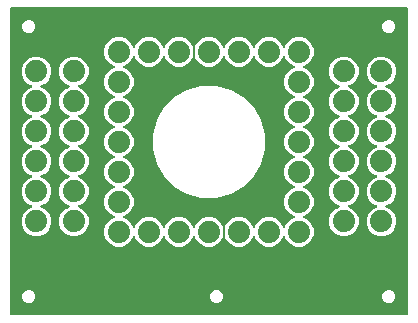
<source format=gbr>
G04 EAGLE Gerber RS-274X export*
G75*
%MOMM*%
%FSLAX34Y34*%
%LPD*%
%INBottom Copper*%
%IPPOS*%
%AMOC8*
5,1,8,0,0,1.08239X$1,22.5*%
G01*
%ADD10C,1.879600*%
%ADD11C,1.905000*%
%ADD12C,0.203200*%

G36*
X345466Y3089D02*
X345466Y3089D01*
X345519Y3112D01*
X345575Y3127D01*
X345648Y3170D01*
X345725Y3205D01*
X345770Y3243D01*
X345820Y3272D01*
X345878Y3334D01*
X345942Y3388D01*
X345974Y3437D01*
X346014Y3480D01*
X346053Y3555D01*
X346100Y3625D01*
X346117Y3681D01*
X346144Y3733D01*
X346155Y3801D01*
X346185Y3896D01*
X346188Y3996D01*
X346199Y4064D01*
X346203Y262663D01*
X346195Y262721D01*
X346197Y262779D01*
X346175Y262861D01*
X346163Y262944D01*
X346140Y262998D01*
X346125Y263054D01*
X346082Y263127D01*
X346047Y263204D01*
X346009Y263249D01*
X345979Y263299D01*
X345918Y263357D01*
X345863Y263421D01*
X345815Y263453D01*
X345772Y263493D01*
X345697Y263532D01*
X345627Y263578D01*
X345571Y263596D01*
X345519Y263623D01*
X345451Y263634D01*
X345356Y263664D01*
X345256Y263667D01*
X345188Y263678D01*
X10414Y263678D01*
X10356Y263670D01*
X10298Y263672D01*
X10216Y263650D01*
X10132Y263638D01*
X10079Y263615D01*
X10023Y263600D01*
X9950Y263557D01*
X9873Y263522D01*
X9828Y263484D01*
X9778Y263455D01*
X9720Y263393D01*
X9656Y263339D01*
X9624Y263290D01*
X9584Y263247D01*
X9545Y263172D01*
X9498Y263102D01*
X9481Y263046D01*
X9454Y262994D01*
X9443Y262926D01*
X9413Y262831D01*
X9410Y262731D01*
X9399Y262663D01*
X9399Y4064D01*
X9407Y4006D01*
X9405Y3948D01*
X9427Y3866D01*
X9439Y3782D01*
X9462Y3729D01*
X9477Y3673D01*
X9520Y3600D01*
X9555Y3523D01*
X9593Y3478D01*
X9622Y3428D01*
X9684Y3370D01*
X9738Y3306D01*
X9787Y3274D01*
X9830Y3234D01*
X9905Y3195D01*
X9975Y3148D01*
X10031Y3131D01*
X10083Y3104D01*
X10151Y3093D01*
X10246Y3063D01*
X10346Y3060D01*
X10414Y3049D01*
X345184Y3049D01*
X345242Y3057D01*
X345300Y3055D01*
X345382Y3077D01*
X345466Y3089D01*
G37*
%LPC*%
G36*
X114303Y229562D02*
X114303Y229562D01*
X114415Y229578D01*
X114528Y229588D01*
X114555Y229599D01*
X114584Y229603D01*
X114688Y229649D01*
X114793Y229690D01*
X114817Y229708D01*
X114844Y229720D01*
X114930Y229793D01*
X115020Y229862D01*
X115038Y229885D01*
X115060Y229904D01*
X115102Y229971D01*
X115190Y230089D01*
X115212Y230148D01*
X115238Y230189D01*
X116448Y233111D01*
X119949Y236612D01*
X124524Y238507D01*
X129476Y238507D01*
X134051Y236612D01*
X137552Y233111D01*
X138762Y230189D01*
X138777Y230164D01*
X138786Y230136D01*
X138849Y230041D01*
X138907Y229944D01*
X138928Y229924D01*
X138944Y229899D01*
X139031Y229827D01*
X139113Y229749D01*
X139139Y229735D01*
X139162Y229717D01*
X139265Y229671D01*
X139366Y229619D01*
X139395Y229613D01*
X139422Y229601D01*
X139534Y229585D01*
X139645Y229564D01*
X139674Y229566D01*
X139703Y229562D01*
X139815Y229578D01*
X139928Y229588D01*
X139955Y229599D01*
X139984Y229603D01*
X140088Y229649D01*
X140193Y229690D01*
X140217Y229708D01*
X140244Y229720D01*
X140330Y229793D01*
X140420Y229862D01*
X140438Y229885D01*
X140460Y229904D01*
X140502Y229971D01*
X140590Y230089D01*
X140612Y230148D01*
X140638Y230189D01*
X141848Y233111D01*
X145349Y236612D01*
X149924Y238507D01*
X154876Y238507D01*
X159451Y236612D01*
X162952Y233111D01*
X164162Y230189D01*
X164177Y230164D01*
X164186Y230136D01*
X164249Y230041D01*
X164307Y229944D01*
X164328Y229924D01*
X164344Y229899D01*
X164431Y229827D01*
X164513Y229749D01*
X164539Y229735D01*
X164562Y229717D01*
X164665Y229671D01*
X164766Y229619D01*
X164795Y229613D01*
X164822Y229601D01*
X164934Y229585D01*
X165045Y229564D01*
X165074Y229566D01*
X165103Y229562D01*
X165215Y229578D01*
X165328Y229588D01*
X165355Y229599D01*
X165384Y229603D01*
X165488Y229649D01*
X165593Y229690D01*
X165617Y229708D01*
X165644Y229720D01*
X165730Y229793D01*
X165820Y229862D01*
X165838Y229885D01*
X165860Y229904D01*
X165902Y229971D01*
X165990Y230089D01*
X166012Y230148D01*
X166038Y230189D01*
X167248Y233111D01*
X170749Y236612D01*
X175324Y238507D01*
X180276Y238507D01*
X184851Y236612D01*
X188352Y233111D01*
X189562Y230189D01*
X189577Y230164D01*
X189586Y230136D01*
X189649Y230041D01*
X189707Y229944D01*
X189728Y229924D01*
X189744Y229899D01*
X189831Y229827D01*
X189913Y229749D01*
X189939Y229735D01*
X189962Y229717D01*
X190065Y229671D01*
X190166Y229619D01*
X190195Y229613D01*
X190222Y229601D01*
X190334Y229585D01*
X190445Y229564D01*
X190474Y229566D01*
X190503Y229562D01*
X190615Y229578D01*
X190728Y229588D01*
X190755Y229599D01*
X190784Y229603D01*
X190888Y229649D01*
X190993Y229690D01*
X191017Y229708D01*
X191044Y229720D01*
X191130Y229793D01*
X191220Y229862D01*
X191238Y229885D01*
X191260Y229904D01*
X191302Y229971D01*
X191390Y230089D01*
X191412Y230148D01*
X191438Y230189D01*
X192648Y233111D01*
X196149Y236612D01*
X200724Y238507D01*
X205676Y238507D01*
X210251Y236612D01*
X213752Y233111D01*
X214962Y230189D01*
X214977Y230164D01*
X214986Y230136D01*
X215049Y230041D01*
X215107Y229944D01*
X215128Y229924D01*
X215144Y229899D01*
X215231Y229827D01*
X215313Y229749D01*
X215339Y229735D01*
X215362Y229717D01*
X215465Y229671D01*
X215566Y229619D01*
X215595Y229613D01*
X215622Y229601D01*
X215734Y229585D01*
X215845Y229564D01*
X215874Y229566D01*
X215903Y229562D01*
X216015Y229578D01*
X216128Y229588D01*
X216155Y229599D01*
X216184Y229603D01*
X216288Y229649D01*
X216393Y229690D01*
X216417Y229708D01*
X216444Y229720D01*
X216530Y229793D01*
X216620Y229862D01*
X216638Y229885D01*
X216660Y229904D01*
X216702Y229971D01*
X216790Y230089D01*
X216812Y230148D01*
X216838Y230189D01*
X218048Y233111D01*
X221549Y236612D01*
X226124Y238507D01*
X231076Y238507D01*
X235651Y236612D01*
X239152Y233111D01*
X240362Y230189D01*
X240377Y230164D01*
X240386Y230136D01*
X240449Y230041D01*
X240507Y229944D01*
X240528Y229924D01*
X240544Y229899D01*
X240631Y229827D01*
X240713Y229749D01*
X240739Y229735D01*
X240762Y229717D01*
X240865Y229671D01*
X240966Y229619D01*
X240995Y229613D01*
X241022Y229601D01*
X241134Y229585D01*
X241245Y229564D01*
X241274Y229566D01*
X241303Y229562D01*
X241415Y229578D01*
X241528Y229588D01*
X241555Y229599D01*
X241584Y229603D01*
X241688Y229649D01*
X241793Y229690D01*
X241817Y229708D01*
X241844Y229720D01*
X241930Y229793D01*
X242020Y229862D01*
X242038Y229885D01*
X242060Y229904D01*
X242102Y229971D01*
X242190Y230089D01*
X242212Y230148D01*
X242238Y230189D01*
X243448Y233111D01*
X246949Y236612D01*
X251524Y238507D01*
X256476Y238507D01*
X261051Y236612D01*
X264552Y233111D01*
X266447Y228536D01*
X266447Y223584D01*
X264552Y219009D01*
X261051Y215508D01*
X258129Y214298D01*
X258104Y214283D01*
X258076Y214274D01*
X257981Y214211D01*
X257884Y214153D01*
X257864Y214132D01*
X257839Y214116D01*
X257767Y214029D01*
X257689Y213947D01*
X257675Y213921D01*
X257657Y213898D01*
X257611Y213795D01*
X257559Y213694D01*
X257553Y213665D01*
X257541Y213638D01*
X257525Y213526D01*
X257504Y213415D01*
X257506Y213386D01*
X257502Y213357D01*
X257518Y213245D01*
X257528Y213132D01*
X257539Y213105D01*
X257543Y213076D01*
X257589Y212972D01*
X257630Y212867D01*
X257648Y212843D01*
X257660Y212816D01*
X257733Y212730D01*
X257802Y212640D01*
X257825Y212622D01*
X257844Y212600D01*
X257911Y212558D01*
X258029Y212470D01*
X258088Y212448D01*
X258129Y212422D01*
X261051Y211212D01*
X264552Y207711D01*
X266447Y203136D01*
X266447Y198184D01*
X264552Y193609D01*
X261051Y190108D01*
X258129Y188898D01*
X258104Y188883D01*
X258076Y188874D01*
X257981Y188811D01*
X257884Y188753D01*
X257864Y188732D01*
X257839Y188716D01*
X257767Y188629D01*
X257689Y188547D01*
X257675Y188521D01*
X257657Y188498D01*
X257611Y188395D01*
X257559Y188294D01*
X257553Y188265D01*
X257541Y188238D01*
X257525Y188126D01*
X257504Y188015D01*
X257506Y187986D01*
X257502Y187957D01*
X257518Y187845D01*
X257528Y187732D01*
X257539Y187705D01*
X257543Y187676D01*
X257589Y187572D01*
X257630Y187467D01*
X257648Y187443D01*
X257660Y187416D01*
X257733Y187330D01*
X257802Y187240D01*
X257825Y187222D01*
X257844Y187200D01*
X257911Y187158D01*
X258029Y187070D01*
X258088Y187048D01*
X258129Y187022D01*
X261051Y185812D01*
X264552Y182311D01*
X266447Y177736D01*
X266447Y172784D01*
X264552Y168209D01*
X261051Y164708D01*
X258129Y163498D01*
X258104Y163483D01*
X258076Y163474D01*
X257981Y163411D01*
X257884Y163353D01*
X257864Y163332D01*
X257839Y163316D01*
X257767Y163229D01*
X257689Y163147D01*
X257675Y163121D01*
X257657Y163098D01*
X257611Y162995D01*
X257559Y162894D01*
X257553Y162865D01*
X257541Y162838D01*
X257525Y162726D01*
X257504Y162615D01*
X257506Y162586D01*
X257502Y162557D01*
X257518Y162445D01*
X257528Y162332D01*
X257539Y162305D01*
X257543Y162276D01*
X257589Y162172D01*
X257630Y162067D01*
X257648Y162043D01*
X257660Y162016D01*
X257733Y161930D01*
X257802Y161840D01*
X257825Y161822D01*
X257844Y161800D01*
X257911Y161758D01*
X258029Y161670D01*
X258088Y161648D01*
X258129Y161622D01*
X261051Y160412D01*
X264552Y156911D01*
X266447Y152336D01*
X266447Y147384D01*
X264552Y142809D01*
X261051Y139308D01*
X258129Y138098D01*
X258104Y138083D01*
X258076Y138074D01*
X257981Y138011D01*
X257884Y137953D01*
X257864Y137932D01*
X257839Y137916D01*
X257767Y137829D01*
X257689Y137747D01*
X257675Y137721D01*
X257657Y137698D01*
X257611Y137595D01*
X257559Y137494D01*
X257553Y137465D01*
X257541Y137438D01*
X257525Y137326D01*
X257504Y137215D01*
X257506Y137186D01*
X257502Y137157D01*
X257518Y137045D01*
X257528Y136932D01*
X257539Y136905D01*
X257543Y136876D01*
X257589Y136772D01*
X257630Y136667D01*
X257648Y136643D01*
X257660Y136616D01*
X257733Y136530D01*
X257802Y136440D01*
X257825Y136422D01*
X257844Y136400D01*
X257911Y136358D01*
X258029Y136270D01*
X258088Y136248D01*
X258129Y136222D01*
X261051Y135012D01*
X264552Y131511D01*
X266447Y126936D01*
X266447Y121984D01*
X264552Y117409D01*
X261051Y113908D01*
X258129Y112698D01*
X258104Y112683D01*
X258076Y112674D01*
X257981Y112611D01*
X257884Y112553D01*
X257864Y112532D01*
X257839Y112516D01*
X257767Y112429D01*
X257689Y112347D01*
X257675Y112321D01*
X257657Y112298D01*
X257611Y112195D01*
X257559Y112094D01*
X257553Y112065D01*
X257541Y112038D01*
X257525Y111926D01*
X257504Y111815D01*
X257506Y111786D01*
X257502Y111757D01*
X257518Y111645D01*
X257528Y111532D01*
X257539Y111505D01*
X257543Y111476D01*
X257589Y111372D01*
X257630Y111267D01*
X257648Y111243D01*
X257660Y111216D01*
X257733Y111130D01*
X257802Y111040D01*
X257825Y111022D01*
X257844Y111000D01*
X257911Y110958D01*
X258029Y110870D01*
X258088Y110848D01*
X258129Y110822D01*
X261051Y109612D01*
X264552Y106111D01*
X266447Y101536D01*
X266447Y96584D01*
X264552Y92009D01*
X261051Y88508D01*
X258129Y87298D01*
X258104Y87283D01*
X258076Y87274D01*
X257981Y87211D01*
X257884Y87153D01*
X257864Y87132D01*
X257839Y87116D01*
X257767Y87029D01*
X257689Y86947D01*
X257675Y86921D01*
X257657Y86898D01*
X257611Y86795D01*
X257559Y86694D01*
X257553Y86665D01*
X257541Y86638D01*
X257525Y86526D01*
X257504Y86415D01*
X257506Y86386D01*
X257502Y86357D01*
X257518Y86245D01*
X257528Y86132D01*
X257539Y86105D01*
X257543Y86076D01*
X257589Y85972D01*
X257630Y85867D01*
X257648Y85843D01*
X257660Y85816D01*
X257733Y85730D01*
X257802Y85640D01*
X257825Y85622D01*
X257844Y85600D01*
X257911Y85558D01*
X258029Y85470D01*
X258088Y85448D01*
X258129Y85422D01*
X261051Y84212D01*
X264552Y80711D01*
X266447Y76136D01*
X266447Y71184D01*
X264552Y66609D01*
X261051Y63108D01*
X256476Y61213D01*
X251524Y61213D01*
X246949Y63108D01*
X243448Y66609D01*
X242238Y69531D01*
X242223Y69556D01*
X242214Y69584D01*
X242151Y69679D01*
X242093Y69776D01*
X242072Y69796D01*
X242056Y69821D01*
X241969Y69893D01*
X241887Y69971D01*
X241861Y69985D01*
X241838Y70003D01*
X241735Y70049D01*
X241634Y70101D01*
X241605Y70107D01*
X241578Y70119D01*
X241466Y70135D01*
X241355Y70156D01*
X241326Y70154D01*
X241297Y70158D01*
X241185Y70142D01*
X241072Y70132D01*
X241045Y70121D01*
X241016Y70117D01*
X240912Y70071D01*
X240807Y70030D01*
X240783Y70012D01*
X240756Y70000D01*
X240670Y69927D01*
X240580Y69858D01*
X240562Y69835D01*
X240540Y69816D01*
X240498Y69749D01*
X240410Y69631D01*
X240388Y69572D01*
X240362Y69531D01*
X239152Y66609D01*
X235651Y63108D01*
X231076Y61213D01*
X226124Y61213D01*
X221549Y63108D01*
X218048Y66609D01*
X216838Y69531D01*
X216823Y69556D01*
X216814Y69584D01*
X216751Y69679D01*
X216693Y69776D01*
X216672Y69796D01*
X216656Y69821D01*
X216569Y69893D01*
X216487Y69971D01*
X216461Y69985D01*
X216438Y70003D01*
X216335Y70049D01*
X216234Y70101D01*
X216205Y70107D01*
X216178Y70119D01*
X216066Y70135D01*
X215955Y70156D01*
X215926Y70154D01*
X215897Y70158D01*
X215785Y70142D01*
X215672Y70132D01*
X215645Y70121D01*
X215616Y70117D01*
X215512Y70071D01*
X215407Y70030D01*
X215383Y70012D01*
X215356Y70000D01*
X215270Y69927D01*
X215180Y69858D01*
X215162Y69835D01*
X215140Y69816D01*
X215098Y69749D01*
X215010Y69631D01*
X214988Y69572D01*
X214962Y69531D01*
X213752Y66609D01*
X210251Y63108D01*
X205676Y61213D01*
X200724Y61213D01*
X196149Y63108D01*
X192648Y66609D01*
X191438Y69531D01*
X191423Y69556D01*
X191414Y69584D01*
X191351Y69679D01*
X191293Y69776D01*
X191272Y69796D01*
X191256Y69821D01*
X191169Y69893D01*
X191087Y69971D01*
X191061Y69985D01*
X191038Y70003D01*
X190935Y70049D01*
X190834Y70101D01*
X190805Y70107D01*
X190778Y70119D01*
X190666Y70135D01*
X190555Y70156D01*
X190526Y70154D01*
X190497Y70158D01*
X190385Y70142D01*
X190272Y70132D01*
X190245Y70121D01*
X190216Y70117D01*
X190112Y70071D01*
X190007Y70030D01*
X189983Y70012D01*
X189956Y70000D01*
X189870Y69927D01*
X189780Y69858D01*
X189762Y69835D01*
X189740Y69816D01*
X189698Y69749D01*
X189610Y69631D01*
X189588Y69572D01*
X189562Y69531D01*
X188352Y66609D01*
X184851Y63108D01*
X180276Y61213D01*
X175324Y61213D01*
X170749Y63108D01*
X167248Y66609D01*
X166038Y69531D01*
X166023Y69556D01*
X166014Y69584D01*
X165951Y69679D01*
X165893Y69776D01*
X165872Y69796D01*
X165856Y69821D01*
X165769Y69893D01*
X165687Y69971D01*
X165661Y69985D01*
X165638Y70003D01*
X165535Y70049D01*
X165434Y70101D01*
X165405Y70107D01*
X165378Y70119D01*
X165266Y70135D01*
X165155Y70156D01*
X165126Y70154D01*
X165097Y70158D01*
X164985Y70142D01*
X164872Y70132D01*
X164845Y70121D01*
X164816Y70117D01*
X164712Y70071D01*
X164607Y70030D01*
X164583Y70012D01*
X164556Y70000D01*
X164470Y69927D01*
X164380Y69858D01*
X164362Y69835D01*
X164340Y69816D01*
X164298Y69749D01*
X164210Y69631D01*
X164188Y69572D01*
X164162Y69531D01*
X162952Y66609D01*
X159451Y63108D01*
X154876Y61213D01*
X149924Y61213D01*
X145349Y63108D01*
X141848Y66609D01*
X140638Y69531D01*
X140623Y69556D01*
X140614Y69584D01*
X140551Y69679D01*
X140493Y69776D01*
X140472Y69796D01*
X140456Y69821D01*
X140369Y69893D01*
X140287Y69971D01*
X140261Y69985D01*
X140238Y70003D01*
X140135Y70049D01*
X140034Y70101D01*
X140005Y70107D01*
X139978Y70119D01*
X139866Y70135D01*
X139755Y70156D01*
X139726Y70154D01*
X139697Y70158D01*
X139585Y70142D01*
X139472Y70132D01*
X139445Y70121D01*
X139416Y70117D01*
X139312Y70071D01*
X139207Y70030D01*
X139183Y70012D01*
X139156Y70000D01*
X139070Y69927D01*
X138980Y69858D01*
X138962Y69835D01*
X138940Y69816D01*
X138898Y69749D01*
X138810Y69631D01*
X138788Y69572D01*
X138762Y69531D01*
X137552Y66609D01*
X134051Y63108D01*
X129476Y61213D01*
X124524Y61213D01*
X119949Y63108D01*
X116448Y66609D01*
X115238Y69531D01*
X115223Y69556D01*
X115214Y69584D01*
X115151Y69679D01*
X115093Y69776D01*
X115072Y69796D01*
X115056Y69821D01*
X114969Y69894D01*
X114887Y69971D01*
X114861Y69985D01*
X114838Y70004D01*
X114735Y70050D01*
X114634Y70101D01*
X114605Y70107D01*
X114578Y70119D01*
X114466Y70135D01*
X114355Y70156D01*
X114326Y70154D01*
X114297Y70158D01*
X114185Y70142D01*
X114072Y70132D01*
X114045Y70121D01*
X114015Y70117D01*
X113912Y70071D01*
X113807Y70030D01*
X113783Y70012D01*
X113756Y70000D01*
X113670Y69927D01*
X113580Y69858D01*
X113562Y69835D01*
X113540Y69816D01*
X113498Y69749D01*
X113410Y69631D01*
X113388Y69572D01*
X113362Y69531D01*
X112152Y66609D01*
X108651Y63108D01*
X104076Y61213D01*
X99124Y61213D01*
X94549Y63108D01*
X91048Y66609D01*
X89153Y71184D01*
X89153Y76136D01*
X91048Y80711D01*
X94549Y84212D01*
X97471Y85422D01*
X97496Y85437D01*
X97524Y85446D01*
X97619Y85509D01*
X97716Y85567D01*
X97736Y85588D01*
X97761Y85604D01*
X97834Y85691D01*
X97911Y85773D01*
X97925Y85799D01*
X97944Y85822D01*
X97990Y85925D01*
X98041Y86026D01*
X98047Y86055D01*
X98059Y86082D01*
X98075Y86194D01*
X98096Y86305D01*
X98094Y86334D01*
X98098Y86363D01*
X98082Y86475D01*
X98072Y86588D01*
X98061Y86615D01*
X98057Y86644D01*
X98011Y86748D01*
X97970Y86853D01*
X97952Y86877D01*
X97940Y86904D01*
X97867Y86990D01*
X97798Y87080D01*
X97775Y87098D01*
X97756Y87120D01*
X97689Y87162D01*
X97571Y87250D01*
X97512Y87272D01*
X97471Y87298D01*
X94549Y88508D01*
X91048Y92009D01*
X89153Y96584D01*
X89153Y101536D01*
X91048Y106111D01*
X94549Y109612D01*
X97471Y110822D01*
X97496Y110837D01*
X97524Y110846D01*
X97619Y110909D01*
X97716Y110967D01*
X97736Y110988D01*
X97761Y111004D01*
X97834Y111091D01*
X97911Y111173D01*
X97925Y111199D01*
X97944Y111222D01*
X97990Y111325D01*
X98041Y111426D01*
X98047Y111455D01*
X98059Y111482D01*
X98075Y111594D01*
X98096Y111705D01*
X98094Y111734D01*
X98098Y111763D01*
X98082Y111875D01*
X98072Y111988D01*
X98061Y112015D01*
X98057Y112044D01*
X98011Y112148D01*
X97970Y112253D01*
X97952Y112277D01*
X97940Y112304D01*
X97867Y112390D01*
X97798Y112480D01*
X97775Y112498D01*
X97756Y112520D01*
X97689Y112562D01*
X97571Y112650D01*
X97512Y112672D01*
X97471Y112698D01*
X94549Y113908D01*
X91048Y117409D01*
X89153Y121984D01*
X89153Y126936D01*
X91048Y131511D01*
X94549Y135012D01*
X97471Y136222D01*
X97496Y136237D01*
X97524Y136246D01*
X97619Y136309D01*
X97716Y136367D01*
X97736Y136388D01*
X97761Y136404D01*
X97834Y136491D01*
X97911Y136573D01*
X97925Y136599D01*
X97944Y136622D01*
X97990Y136725D01*
X98041Y136826D01*
X98047Y136855D01*
X98059Y136882D01*
X98075Y136994D01*
X98096Y137105D01*
X98094Y137134D01*
X98098Y137163D01*
X98082Y137275D01*
X98072Y137388D01*
X98061Y137415D01*
X98057Y137444D01*
X98011Y137548D01*
X97970Y137653D01*
X97952Y137677D01*
X97940Y137704D01*
X97867Y137790D01*
X97798Y137880D01*
X97775Y137898D01*
X97756Y137920D01*
X97689Y137962D01*
X97571Y138050D01*
X97512Y138072D01*
X97471Y138098D01*
X94549Y139308D01*
X91048Y142809D01*
X89153Y147384D01*
X89153Y152336D01*
X91048Y156911D01*
X94549Y160412D01*
X97471Y161622D01*
X97496Y161637D01*
X97524Y161646D01*
X97619Y161709D01*
X97716Y161767D01*
X97736Y161788D01*
X97761Y161804D01*
X97833Y161891D01*
X97911Y161973D01*
X97925Y161999D01*
X97943Y162022D01*
X97989Y162125D01*
X98041Y162226D01*
X98047Y162255D01*
X98059Y162282D01*
X98075Y162394D01*
X98096Y162505D01*
X98094Y162534D01*
X98098Y162563D01*
X98082Y162675D01*
X98072Y162788D01*
X98061Y162815D01*
X98057Y162844D01*
X98011Y162948D01*
X97970Y163053D01*
X97952Y163077D01*
X97940Y163104D01*
X97867Y163190D01*
X97798Y163280D01*
X97775Y163298D01*
X97756Y163320D01*
X97689Y163362D01*
X97571Y163450D01*
X97512Y163472D01*
X97471Y163498D01*
X94549Y164708D01*
X91048Y168209D01*
X89153Y172784D01*
X89153Y177736D01*
X91048Y182311D01*
X94549Y185812D01*
X97471Y187022D01*
X97496Y187037D01*
X97524Y187046D01*
X97619Y187109D01*
X97716Y187167D01*
X97736Y187188D01*
X97761Y187204D01*
X97833Y187291D01*
X97911Y187373D01*
X97925Y187399D01*
X97943Y187422D01*
X97989Y187525D01*
X98041Y187626D01*
X98047Y187655D01*
X98059Y187682D01*
X98075Y187794D01*
X98096Y187905D01*
X98094Y187934D01*
X98098Y187963D01*
X98082Y188075D01*
X98072Y188188D01*
X98061Y188215D01*
X98057Y188244D01*
X98011Y188348D01*
X97970Y188453D01*
X97952Y188477D01*
X97940Y188504D01*
X97867Y188590D01*
X97798Y188680D01*
X97775Y188698D01*
X97756Y188720D01*
X97689Y188762D01*
X97571Y188850D01*
X97512Y188872D01*
X97471Y188898D01*
X94549Y190108D01*
X91048Y193609D01*
X89153Y198184D01*
X89153Y203136D01*
X91048Y207711D01*
X94549Y211212D01*
X97471Y212422D01*
X97496Y212437D01*
X97524Y212446D01*
X97619Y212509D01*
X97716Y212567D01*
X97736Y212588D01*
X97761Y212604D01*
X97833Y212691D01*
X97911Y212773D01*
X97925Y212799D01*
X97943Y212822D01*
X97989Y212925D01*
X98041Y213026D01*
X98047Y213055D01*
X98059Y213082D01*
X98075Y213194D01*
X98096Y213305D01*
X98094Y213334D01*
X98098Y213363D01*
X98082Y213475D01*
X98072Y213588D01*
X98061Y213615D01*
X98057Y213644D01*
X98011Y213748D01*
X97970Y213853D01*
X97952Y213877D01*
X97940Y213904D01*
X97867Y213990D01*
X97798Y214080D01*
X97775Y214098D01*
X97756Y214120D01*
X97689Y214162D01*
X97571Y214250D01*
X97512Y214272D01*
X97471Y214298D01*
X94549Y215508D01*
X91048Y219009D01*
X89153Y223584D01*
X89153Y228536D01*
X91048Y233111D01*
X94549Y236612D01*
X99124Y238507D01*
X104076Y238507D01*
X108651Y236612D01*
X112152Y233111D01*
X113362Y230189D01*
X113377Y230164D01*
X113386Y230136D01*
X113449Y230041D01*
X113507Y229944D01*
X113528Y229924D01*
X113544Y229899D01*
X113631Y229827D01*
X113713Y229749D01*
X113739Y229735D01*
X113762Y229717D01*
X113865Y229671D01*
X113966Y229619D01*
X113995Y229613D01*
X114022Y229601D01*
X114134Y229585D01*
X114245Y229564D01*
X114274Y229566D01*
X114303Y229562D01*
G37*
%LPD*%
G36*
X139703Y77162D02*
X139703Y77162D01*
X139815Y77178D01*
X139928Y77188D01*
X139955Y77199D01*
X139985Y77203D01*
X140088Y77249D01*
X140193Y77290D01*
X140217Y77308D01*
X140244Y77320D01*
X140330Y77393D01*
X140420Y77462D01*
X140438Y77485D01*
X140460Y77504D01*
X140502Y77571D01*
X140590Y77689D01*
X140612Y77748D01*
X140638Y77789D01*
X141848Y80711D01*
X145349Y84212D01*
X149924Y86107D01*
X154876Y86107D01*
X159451Y84212D01*
X162952Y80711D01*
X164162Y77789D01*
X164177Y77764D01*
X164186Y77736D01*
X164249Y77641D01*
X164307Y77544D01*
X164328Y77524D01*
X164344Y77499D01*
X164431Y77426D01*
X164513Y77349D01*
X164539Y77335D01*
X164562Y77316D01*
X164665Y77270D01*
X164766Y77219D01*
X164795Y77213D01*
X164822Y77201D01*
X164934Y77185D01*
X165045Y77164D01*
X165074Y77166D01*
X165103Y77162D01*
X165215Y77178D01*
X165328Y77188D01*
X165355Y77199D01*
X165385Y77203D01*
X165488Y77249D01*
X165593Y77290D01*
X165617Y77308D01*
X165644Y77320D01*
X165730Y77393D01*
X165820Y77462D01*
X165838Y77485D01*
X165860Y77504D01*
X165902Y77571D01*
X165990Y77689D01*
X166012Y77748D01*
X166038Y77789D01*
X167248Y80711D01*
X170749Y84212D01*
X175324Y86107D01*
X180276Y86107D01*
X184851Y84212D01*
X188352Y80711D01*
X189562Y77789D01*
X189577Y77764D01*
X189586Y77736D01*
X189649Y77641D01*
X189707Y77544D01*
X189728Y77524D01*
X189744Y77499D01*
X189831Y77426D01*
X189913Y77349D01*
X189939Y77335D01*
X189962Y77316D01*
X190065Y77270D01*
X190166Y77219D01*
X190195Y77213D01*
X190222Y77201D01*
X190334Y77185D01*
X190445Y77164D01*
X190474Y77166D01*
X190503Y77162D01*
X190615Y77178D01*
X190728Y77188D01*
X190755Y77199D01*
X190785Y77203D01*
X190888Y77249D01*
X190993Y77290D01*
X191017Y77308D01*
X191044Y77320D01*
X191130Y77393D01*
X191220Y77462D01*
X191238Y77485D01*
X191260Y77504D01*
X191302Y77571D01*
X191390Y77689D01*
X191412Y77748D01*
X191438Y77789D01*
X192648Y80711D01*
X196149Y84212D01*
X200724Y86107D01*
X205676Y86107D01*
X210251Y84212D01*
X213752Y80711D01*
X214962Y77789D01*
X214977Y77764D01*
X214986Y77736D01*
X215049Y77641D01*
X215107Y77544D01*
X215128Y77524D01*
X215144Y77499D01*
X215231Y77426D01*
X215313Y77349D01*
X215339Y77335D01*
X215362Y77316D01*
X215465Y77270D01*
X215566Y77219D01*
X215595Y77213D01*
X215622Y77201D01*
X215734Y77185D01*
X215845Y77164D01*
X215874Y77166D01*
X215903Y77162D01*
X216015Y77178D01*
X216128Y77188D01*
X216155Y77199D01*
X216185Y77203D01*
X216288Y77249D01*
X216393Y77290D01*
X216417Y77308D01*
X216444Y77320D01*
X216530Y77393D01*
X216620Y77462D01*
X216638Y77485D01*
X216660Y77504D01*
X216702Y77571D01*
X216790Y77689D01*
X216812Y77748D01*
X216838Y77789D01*
X218048Y80711D01*
X221549Y84212D01*
X226124Y86107D01*
X231076Y86107D01*
X235651Y84212D01*
X239152Y80711D01*
X240362Y77789D01*
X240377Y77764D01*
X240386Y77736D01*
X240449Y77641D01*
X240507Y77544D01*
X240528Y77524D01*
X240544Y77499D01*
X240631Y77426D01*
X240713Y77349D01*
X240739Y77335D01*
X240762Y77316D01*
X240865Y77270D01*
X240966Y77219D01*
X240995Y77213D01*
X241022Y77201D01*
X241134Y77185D01*
X241245Y77164D01*
X241274Y77166D01*
X241303Y77162D01*
X241415Y77178D01*
X241528Y77188D01*
X241555Y77199D01*
X241585Y77203D01*
X241688Y77249D01*
X241793Y77290D01*
X241817Y77308D01*
X241844Y77320D01*
X241930Y77393D01*
X242020Y77462D01*
X242038Y77485D01*
X242060Y77504D01*
X242102Y77571D01*
X242190Y77689D01*
X242212Y77748D01*
X242238Y77789D01*
X243448Y80711D01*
X246949Y84212D01*
X249871Y85422D01*
X249896Y85437D01*
X249924Y85446D01*
X250019Y85509D01*
X250116Y85567D01*
X250136Y85588D01*
X250161Y85604D01*
X250234Y85691D01*
X250311Y85773D01*
X250325Y85799D01*
X250344Y85822D01*
X250390Y85925D01*
X250441Y86026D01*
X250447Y86055D01*
X250459Y86082D01*
X250475Y86194D01*
X250496Y86305D01*
X250494Y86334D01*
X250498Y86363D01*
X250482Y86475D01*
X250472Y86588D01*
X250461Y86615D01*
X250457Y86645D01*
X250411Y86748D01*
X250370Y86853D01*
X250352Y86877D01*
X250340Y86904D01*
X250267Y86990D01*
X250198Y87080D01*
X250175Y87098D01*
X250156Y87120D01*
X250089Y87162D01*
X249971Y87250D01*
X249912Y87272D01*
X249871Y87298D01*
X246949Y88508D01*
X243448Y92009D01*
X241553Y96584D01*
X241553Y101536D01*
X243448Y106111D01*
X246949Y109612D01*
X249871Y110822D01*
X249896Y110837D01*
X249924Y110846D01*
X250019Y110909D01*
X250116Y110967D01*
X250136Y110988D01*
X250161Y111004D01*
X250234Y111091D01*
X250311Y111173D01*
X250325Y111199D01*
X250344Y111222D01*
X250390Y111325D01*
X250441Y111426D01*
X250447Y111455D01*
X250459Y111482D01*
X250475Y111594D01*
X250496Y111705D01*
X250494Y111734D01*
X250498Y111763D01*
X250482Y111875D01*
X250472Y111988D01*
X250461Y112015D01*
X250457Y112045D01*
X250411Y112148D01*
X250370Y112253D01*
X250352Y112277D01*
X250340Y112304D01*
X250267Y112390D01*
X250198Y112480D01*
X250175Y112498D01*
X250156Y112520D01*
X250089Y112562D01*
X249971Y112650D01*
X249912Y112672D01*
X249871Y112698D01*
X246949Y113908D01*
X243448Y117409D01*
X241553Y121984D01*
X241553Y126936D01*
X243448Y131511D01*
X246949Y135012D01*
X249871Y136222D01*
X249896Y136237D01*
X249924Y136246D01*
X250019Y136309D01*
X250116Y136367D01*
X250136Y136388D01*
X250161Y136404D01*
X250234Y136491D01*
X250311Y136573D01*
X250325Y136599D01*
X250344Y136622D01*
X250390Y136725D01*
X250441Y136826D01*
X250447Y136855D01*
X250459Y136882D01*
X250475Y136994D01*
X250496Y137105D01*
X250494Y137134D01*
X250498Y137163D01*
X250482Y137275D01*
X250472Y137388D01*
X250461Y137415D01*
X250457Y137445D01*
X250411Y137548D01*
X250370Y137653D01*
X250352Y137677D01*
X250340Y137704D01*
X250267Y137790D01*
X250198Y137880D01*
X250175Y137898D01*
X250156Y137920D01*
X250089Y137962D01*
X249971Y138050D01*
X249912Y138072D01*
X249871Y138098D01*
X246949Y139308D01*
X243448Y142809D01*
X241553Y147384D01*
X241553Y152336D01*
X243448Y156911D01*
X246949Y160412D01*
X249871Y161622D01*
X249896Y161637D01*
X249924Y161646D01*
X250019Y161709D01*
X250116Y161767D01*
X250136Y161788D01*
X250161Y161804D01*
X250234Y161891D01*
X250311Y161973D01*
X250325Y161999D01*
X250344Y162022D01*
X250390Y162125D01*
X250441Y162226D01*
X250447Y162255D01*
X250459Y162282D01*
X250475Y162394D01*
X250496Y162505D01*
X250494Y162534D01*
X250498Y162563D01*
X250482Y162675D01*
X250472Y162788D01*
X250461Y162815D01*
X250457Y162845D01*
X250411Y162948D01*
X250370Y163053D01*
X250352Y163077D01*
X250340Y163104D01*
X250267Y163190D01*
X250198Y163280D01*
X250175Y163298D01*
X250156Y163320D01*
X250089Y163362D01*
X249971Y163450D01*
X249912Y163472D01*
X249871Y163498D01*
X246949Y164708D01*
X243448Y168209D01*
X241553Y172784D01*
X241553Y177736D01*
X243448Y182311D01*
X246949Y185812D01*
X249871Y187022D01*
X249896Y187037D01*
X249924Y187046D01*
X250019Y187109D01*
X250116Y187167D01*
X250136Y187188D01*
X250161Y187204D01*
X250234Y187291D01*
X250311Y187373D01*
X250325Y187399D01*
X250344Y187422D01*
X250390Y187525D01*
X250441Y187626D01*
X250447Y187655D01*
X250459Y187682D01*
X250475Y187794D01*
X250496Y187905D01*
X250494Y187934D01*
X250498Y187963D01*
X250482Y188075D01*
X250472Y188188D01*
X250461Y188215D01*
X250457Y188245D01*
X250411Y188348D01*
X250370Y188453D01*
X250352Y188477D01*
X250340Y188504D01*
X250267Y188590D01*
X250198Y188680D01*
X250175Y188698D01*
X250156Y188720D01*
X250089Y188762D01*
X249971Y188850D01*
X249912Y188872D01*
X249871Y188898D01*
X246949Y190108D01*
X243448Y193609D01*
X241553Y198184D01*
X241553Y203136D01*
X243448Y207711D01*
X246949Y211212D01*
X249871Y212422D01*
X249896Y212437D01*
X249924Y212446D01*
X250019Y212509D01*
X250116Y212567D01*
X250136Y212588D01*
X250161Y212604D01*
X250234Y212691D01*
X250311Y212773D01*
X250325Y212799D01*
X250344Y212822D01*
X250390Y212925D01*
X250441Y213026D01*
X250447Y213055D01*
X250459Y213082D01*
X250475Y213194D01*
X250496Y213305D01*
X250494Y213334D01*
X250498Y213363D01*
X250482Y213475D01*
X250472Y213588D01*
X250461Y213615D01*
X250457Y213645D01*
X250411Y213748D01*
X250370Y213853D01*
X250352Y213877D01*
X250340Y213904D01*
X250267Y213990D01*
X250198Y214080D01*
X250175Y214098D01*
X250156Y214120D01*
X250089Y214162D01*
X249971Y214250D01*
X249912Y214272D01*
X249871Y214298D01*
X246949Y215508D01*
X243448Y219009D01*
X242238Y221931D01*
X242223Y221956D01*
X242214Y221984D01*
X242151Y222079D01*
X242093Y222176D01*
X242072Y222196D01*
X242056Y222221D01*
X241969Y222294D01*
X241887Y222371D01*
X241861Y222385D01*
X241838Y222404D01*
X241735Y222450D01*
X241634Y222501D01*
X241605Y222507D01*
X241578Y222519D01*
X241466Y222535D01*
X241355Y222556D01*
X241326Y222554D01*
X241297Y222558D01*
X241185Y222542D01*
X241072Y222532D01*
X241045Y222521D01*
X241015Y222517D01*
X240912Y222471D01*
X240807Y222430D01*
X240783Y222412D01*
X240756Y222400D01*
X240670Y222327D01*
X240580Y222258D01*
X240562Y222235D01*
X240540Y222216D01*
X240498Y222149D01*
X240410Y222031D01*
X240388Y221972D01*
X240362Y221931D01*
X239152Y219009D01*
X235651Y215508D01*
X231076Y213613D01*
X226124Y213613D01*
X221549Y215508D01*
X218048Y219009D01*
X216838Y221931D01*
X216823Y221956D01*
X216814Y221984D01*
X216751Y222079D01*
X216693Y222176D01*
X216672Y222196D01*
X216656Y222221D01*
X216569Y222294D01*
X216487Y222371D01*
X216461Y222385D01*
X216438Y222404D01*
X216335Y222450D01*
X216234Y222501D01*
X216205Y222507D01*
X216178Y222519D01*
X216066Y222535D01*
X215955Y222556D01*
X215926Y222554D01*
X215897Y222558D01*
X215785Y222542D01*
X215672Y222532D01*
X215645Y222521D01*
X215615Y222517D01*
X215512Y222471D01*
X215407Y222430D01*
X215383Y222412D01*
X215356Y222400D01*
X215270Y222327D01*
X215180Y222258D01*
X215162Y222235D01*
X215140Y222216D01*
X215098Y222149D01*
X215010Y222031D01*
X214988Y221972D01*
X214962Y221931D01*
X213752Y219009D01*
X210251Y215508D01*
X205676Y213613D01*
X200724Y213613D01*
X196149Y215508D01*
X192648Y219009D01*
X191438Y221931D01*
X191423Y221956D01*
X191414Y221984D01*
X191351Y222079D01*
X191293Y222176D01*
X191272Y222196D01*
X191256Y222221D01*
X191169Y222294D01*
X191087Y222371D01*
X191061Y222385D01*
X191038Y222404D01*
X190935Y222450D01*
X190834Y222501D01*
X190805Y222507D01*
X190778Y222519D01*
X190666Y222535D01*
X190555Y222556D01*
X190526Y222554D01*
X190497Y222558D01*
X190385Y222542D01*
X190272Y222532D01*
X190245Y222521D01*
X190215Y222517D01*
X190112Y222471D01*
X190007Y222430D01*
X189983Y222412D01*
X189956Y222400D01*
X189870Y222327D01*
X189780Y222258D01*
X189762Y222235D01*
X189740Y222216D01*
X189698Y222149D01*
X189610Y222031D01*
X189588Y221972D01*
X189562Y221931D01*
X188352Y219009D01*
X184851Y215508D01*
X180276Y213613D01*
X175324Y213613D01*
X170749Y215508D01*
X167248Y219009D01*
X166038Y221931D01*
X166023Y221956D01*
X166014Y221984D01*
X165951Y222079D01*
X165893Y222176D01*
X165872Y222196D01*
X165856Y222221D01*
X165769Y222294D01*
X165687Y222371D01*
X165661Y222385D01*
X165638Y222404D01*
X165535Y222450D01*
X165434Y222501D01*
X165405Y222507D01*
X165378Y222519D01*
X165266Y222535D01*
X165155Y222556D01*
X165126Y222554D01*
X165097Y222558D01*
X164985Y222542D01*
X164872Y222532D01*
X164845Y222521D01*
X164815Y222517D01*
X164712Y222471D01*
X164607Y222430D01*
X164583Y222412D01*
X164556Y222400D01*
X164470Y222327D01*
X164380Y222258D01*
X164362Y222235D01*
X164340Y222216D01*
X164298Y222149D01*
X164210Y222031D01*
X164188Y221972D01*
X164162Y221931D01*
X162952Y219009D01*
X159451Y215508D01*
X154876Y213613D01*
X149924Y213613D01*
X145349Y215508D01*
X141848Y219009D01*
X140638Y221931D01*
X140623Y221956D01*
X140614Y221984D01*
X140551Y222079D01*
X140493Y222176D01*
X140472Y222196D01*
X140456Y222221D01*
X140369Y222294D01*
X140287Y222371D01*
X140261Y222385D01*
X140238Y222404D01*
X140135Y222450D01*
X140034Y222501D01*
X140005Y222507D01*
X139978Y222519D01*
X139866Y222535D01*
X139755Y222556D01*
X139726Y222554D01*
X139697Y222558D01*
X139585Y222542D01*
X139472Y222532D01*
X139445Y222521D01*
X139415Y222517D01*
X139312Y222471D01*
X139207Y222430D01*
X139183Y222412D01*
X139156Y222400D01*
X139070Y222327D01*
X138980Y222258D01*
X138962Y222235D01*
X138940Y222216D01*
X138898Y222149D01*
X138810Y222031D01*
X138788Y221972D01*
X138762Y221931D01*
X137552Y219009D01*
X134051Y215508D01*
X129476Y213613D01*
X124524Y213613D01*
X119949Y215508D01*
X116448Y219009D01*
X115238Y221931D01*
X115223Y221956D01*
X115214Y221984D01*
X115151Y222079D01*
X115093Y222176D01*
X115072Y222196D01*
X115056Y222221D01*
X114969Y222294D01*
X114887Y222371D01*
X114861Y222385D01*
X114838Y222404D01*
X114735Y222450D01*
X114634Y222501D01*
X114605Y222507D01*
X114578Y222519D01*
X114466Y222535D01*
X114355Y222556D01*
X114326Y222554D01*
X114297Y222558D01*
X114185Y222542D01*
X114072Y222532D01*
X114045Y222521D01*
X114015Y222517D01*
X113912Y222471D01*
X113807Y222430D01*
X113783Y222412D01*
X113756Y222400D01*
X113670Y222327D01*
X113580Y222258D01*
X113562Y222235D01*
X113540Y222216D01*
X113498Y222149D01*
X113410Y222031D01*
X113388Y221972D01*
X113362Y221931D01*
X112152Y219009D01*
X108651Y215508D01*
X105729Y214298D01*
X105704Y214283D01*
X105676Y214274D01*
X105581Y214211D01*
X105484Y214153D01*
X105464Y214132D01*
X105439Y214116D01*
X105366Y214029D01*
X105289Y213947D01*
X105275Y213921D01*
X105256Y213898D01*
X105210Y213795D01*
X105159Y213694D01*
X105153Y213665D01*
X105141Y213638D01*
X105125Y213526D01*
X105104Y213415D01*
X105106Y213386D01*
X105102Y213357D01*
X105118Y213245D01*
X105128Y213132D01*
X105139Y213105D01*
X105143Y213075D01*
X105189Y212972D01*
X105230Y212867D01*
X105248Y212843D01*
X105260Y212816D01*
X105333Y212730D01*
X105402Y212640D01*
X105425Y212622D01*
X105444Y212600D01*
X105511Y212558D01*
X105629Y212470D01*
X105688Y212448D01*
X105729Y212422D01*
X108651Y211212D01*
X112152Y207711D01*
X114047Y203136D01*
X114047Y198184D01*
X112152Y193609D01*
X108651Y190108D01*
X105729Y188898D01*
X105704Y188883D01*
X105676Y188874D01*
X105581Y188811D01*
X105484Y188753D01*
X105464Y188732D01*
X105439Y188716D01*
X105366Y188629D01*
X105289Y188547D01*
X105275Y188521D01*
X105256Y188498D01*
X105210Y188395D01*
X105159Y188294D01*
X105153Y188265D01*
X105141Y188238D01*
X105125Y188126D01*
X105104Y188015D01*
X105106Y187986D01*
X105102Y187957D01*
X105118Y187845D01*
X105128Y187732D01*
X105139Y187705D01*
X105143Y187675D01*
X105189Y187572D01*
X105230Y187467D01*
X105248Y187443D01*
X105260Y187416D01*
X105333Y187330D01*
X105402Y187240D01*
X105425Y187222D01*
X105444Y187200D01*
X105511Y187158D01*
X105629Y187070D01*
X105688Y187048D01*
X105729Y187022D01*
X108651Y185812D01*
X112152Y182311D01*
X114047Y177736D01*
X114047Y172784D01*
X112152Y168209D01*
X108651Y164708D01*
X105729Y163498D01*
X105704Y163483D01*
X105676Y163474D01*
X105581Y163411D01*
X105484Y163353D01*
X105464Y163332D01*
X105439Y163316D01*
X105366Y163229D01*
X105289Y163147D01*
X105275Y163121D01*
X105256Y163098D01*
X105210Y162995D01*
X105159Y162894D01*
X105153Y162865D01*
X105141Y162838D01*
X105125Y162726D01*
X105104Y162615D01*
X105106Y162586D01*
X105102Y162557D01*
X105118Y162445D01*
X105128Y162332D01*
X105139Y162305D01*
X105143Y162275D01*
X105189Y162172D01*
X105230Y162067D01*
X105248Y162043D01*
X105260Y162016D01*
X105333Y161930D01*
X105402Y161840D01*
X105425Y161822D01*
X105444Y161800D01*
X105511Y161758D01*
X105629Y161670D01*
X105688Y161648D01*
X105729Y161622D01*
X108651Y160412D01*
X112152Y156911D01*
X114047Y152336D01*
X114047Y147384D01*
X112152Y142809D01*
X108651Y139308D01*
X105729Y138098D01*
X105704Y138083D01*
X105676Y138074D01*
X105581Y138011D01*
X105484Y137953D01*
X105464Y137932D01*
X105439Y137916D01*
X105366Y137829D01*
X105289Y137747D01*
X105275Y137721D01*
X105256Y137698D01*
X105210Y137595D01*
X105159Y137494D01*
X105153Y137465D01*
X105141Y137438D01*
X105125Y137326D01*
X105104Y137215D01*
X105106Y137186D01*
X105102Y137157D01*
X105118Y137045D01*
X105128Y136932D01*
X105139Y136905D01*
X105143Y136875D01*
X105189Y136772D01*
X105230Y136667D01*
X105248Y136643D01*
X105260Y136616D01*
X105333Y136530D01*
X105402Y136440D01*
X105425Y136422D01*
X105444Y136400D01*
X105511Y136358D01*
X105629Y136270D01*
X105688Y136248D01*
X105729Y136222D01*
X108651Y135012D01*
X112152Y131511D01*
X114047Y126936D01*
X114047Y121984D01*
X112152Y117409D01*
X108651Y113908D01*
X105729Y112698D01*
X105704Y112683D01*
X105676Y112674D01*
X105581Y112611D01*
X105484Y112553D01*
X105464Y112532D01*
X105439Y112516D01*
X105366Y112429D01*
X105289Y112347D01*
X105275Y112321D01*
X105256Y112298D01*
X105210Y112195D01*
X105159Y112094D01*
X105153Y112065D01*
X105141Y112038D01*
X105125Y111926D01*
X105104Y111815D01*
X105106Y111786D01*
X105102Y111757D01*
X105118Y111644D01*
X105128Y111532D01*
X105139Y111505D01*
X105143Y111475D01*
X105189Y111372D01*
X105230Y111267D01*
X105248Y111243D01*
X105260Y111216D01*
X105333Y111130D01*
X105402Y111040D01*
X105425Y111022D01*
X105444Y111000D01*
X105511Y110958D01*
X105629Y110870D01*
X105688Y110848D01*
X105729Y110822D01*
X108651Y109612D01*
X112152Y106111D01*
X114047Y101536D01*
X114047Y96584D01*
X112152Y92009D01*
X108651Y88508D01*
X105729Y87298D01*
X105704Y87283D01*
X105676Y87274D01*
X105581Y87211D01*
X105484Y87153D01*
X105464Y87132D01*
X105439Y87116D01*
X105366Y87029D01*
X105289Y86947D01*
X105275Y86921D01*
X105256Y86898D01*
X105210Y86795D01*
X105159Y86694D01*
X105153Y86665D01*
X105141Y86638D01*
X105125Y86526D01*
X105104Y86415D01*
X105106Y86386D01*
X105102Y86357D01*
X105118Y86245D01*
X105128Y86132D01*
X105139Y86105D01*
X105143Y86075D01*
X105189Y85972D01*
X105230Y85867D01*
X105248Y85843D01*
X105260Y85816D01*
X105333Y85730D01*
X105402Y85640D01*
X105425Y85622D01*
X105444Y85600D01*
X105511Y85558D01*
X105629Y85470D01*
X105688Y85448D01*
X105729Y85422D01*
X108651Y84212D01*
X112152Y80711D01*
X113362Y77789D01*
X113377Y77764D01*
X113386Y77736D01*
X113449Y77641D01*
X113507Y77544D01*
X113528Y77524D01*
X113544Y77499D01*
X113631Y77427D01*
X113713Y77349D01*
X113739Y77335D01*
X113762Y77317D01*
X113865Y77271D01*
X113966Y77219D01*
X113995Y77213D01*
X114022Y77201D01*
X114134Y77185D01*
X114245Y77164D01*
X114274Y77166D01*
X114303Y77162D01*
X114415Y77178D01*
X114528Y77188D01*
X114555Y77199D01*
X114584Y77203D01*
X114688Y77249D01*
X114793Y77290D01*
X114817Y77308D01*
X114844Y77320D01*
X114930Y77393D01*
X115020Y77462D01*
X115038Y77485D01*
X115060Y77504D01*
X115102Y77571D01*
X115190Y77689D01*
X115212Y77748D01*
X115238Y77789D01*
X116448Y80711D01*
X119949Y84212D01*
X124524Y86107D01*
X129476Y86107D01*
X134051Y84212D01*
X137552Y80711D01*
X138762Y77789D01*
X138777Y77764D01*
X138786Y77736D01*
X138849Y77641D01*
X138907Y77544D01*
X138928Y77524D01*
X138944Y77499D01*
X139031Y77426D01*
X139113Y77349D01*
X139139Y77335D01*
X139162Y77316D01*
X139265Y77270D01*
X139366Y77219D01*
X139395Y77213D01*
X139422Y77201D01*
X139534Y77185D01*
X139645Y77164D01*
X139674Y77166D01*
X139703Y77162D01*
G37*
%LPC*%
G36*
X171547Y102361D02*
X171547Y102361D01*
X159466Y105598D01*
X148635Y111852D01*
X139792Y120695D01*
X133538Y131526D01*
X130301Y143607D01*
X130301Y156113D01*
X133538Y168194D01*
X139792Y179025D01*
X148635Y187868D01*
X159466Y194122D01*
X171547Y197359D01*
X184053Y197359D01*
X196134Y194122D01*
X206965Y187868D01*
X215808Y179025D01*
X222062Y168194D01*
X225299Y156113D01*
X225299Y143607D01*
X222062Y131526D01*
X215808Y120695D01*
X206965Y111852D01*
X196134Y105598D01*
X184053Y102361D01*
X171547Y102361D01*
G37*
%LPD*%
%LPC*%
G36*
X61024Y70103D02*
X61024Y70103D01*
X56449Y71998D01*
X52948Y75499D01*
X51053Y80074D01*
X51053Y85026D01*
X52948Y89601D01*
X56449Y93102D01*
X59371Y94312D01*
X59396Y94327D01*
X59424Y94336D01*
X59519Y94399D01*
X59616Y94457D01*
X59636Y94478D01*
X59661Y94494D01*
X59733Y94581D01*
X59811Y94663D01*
X59825Y94689D01*
X59843Y94712D01*
X59889Y94815D01*
X59941Y94916D01*
X59947Y94945D01*
X59959Y94972D01*
X59975Y95084D01*
X59996Y95195D01*
X59994Y95224D01*
X59998Y95253D01*
X59982Y95365D01*
X59972Y95478D01*
X59961Y95505D01*
X59957Y95534D01*
X59911Y95638D01*
X59870Y95743D01*
X59852Y95767D01*
X59840Y95794D01*
X59767Y95880D01*
X59698Y95970D01*
X59675Y95988D01*
X59656Y96010D01*
X59589Y96052D01*
X59471Y96140D01*
X59412Y96162D01*
X59371Y96188D01*
X56449Y97398D01*
X52948Y100899D01*
X51053Y105474D01*
X51053Y110426D01*
X52948Y115001D01*
X56449Y118502D01*
X59371Y119712D01*
X59396Y119727D01*
X59424Y119736D01*
X59519Y119799D01*
X59616Y119857D01*
X59636Y119878D01*
X59661Y119894D01*
X59733Y119981D01*
X59811Y120063D01*
X59825Y120089D01*
X59843Y120112D01*
X59889Y120215D01*
X59941Y120316D01*
X59947Y120345D01*
X59959Y120372D01*
X59975Y120484D01*
X59996Y120595D01*
X59994Y120624D01*
X59998Y120653D01*
X59982Y120765D01*
X59972Y120878D01*
X59961Y120905D01*
X59957Y120934D01*
X59911Y121038D01*
X59870Y121143D01*
X59852Y121167D01*
X59840Y121194D01*
X59767Y121280D01*
X59698Y121370D01*
X59675Y121388D01*
X59656Y121410D01*
X59589Y121452D01*
X59471Y121540D01*
X59412Y121562D01*
X59371Y121588D01*
X56449Y122798D01*
X52948Y126299D01*
X51053Y130874D01*
X51053Y135826D01*
X52948Y140401D01*
X56449Y143902D01*
X59371Y145112D01*
X59396Y145127D01*
X59424Y145136D01*
X59519Y145199D01*
X59616Y145257D01*
X59636Y145278D01*
X59661Y145294D01*
X59733Y145381D01*
X59811Y145463D01*
X59825Y145489D01*
X59843Y145512D01*
X59889Y145615D01*
X59941Y145716D01*
X59947Y145745D01*
X59959Y145772D01*
X59975Y145884D01*
X59996Y145995D01*
X59994Y146024D01*
X59998Y146053D01*
X59982Y146165D01*
X59972Y146278D01*
X59961Y146305D01*
X59957Y146334D01*
X59911Y146438D01*
X59870Y146543D01*
X59852Y146567D01*
X59840Y146594D01*
X59767Y146680D01*
X59698Y146770D01*
X59675Y146788D01*
X59656Y146810D01*
X59589Y146852D01*
X59471Y146940D01*
X59412Y146962D01*
X59371Y146988D01*
X56449Y148198D01*
X52948Y151699D01*
X51053Y156274D01*
X51053Y161226D01*
X52948Y165801D01*
X56449Y169302D01*
X59371Y170512D01*
X59396Y170527D01*
X59424Y170536D01*
X59519Y170599D01*
X59616Y170657D01*
X59636Y170678D01*
X59661Y170694D01*
X59733Y170781D01*
X59811Y170863D01*
X59825Y170889D01*
X59843Y170912D01*
X59889Y171015D01*
X59941Y171116D01*
X59947Y171145D01*
X59959Y171172D01*
X59975Y171284D01*
X59996Y171395D01*
X59994Y171424D01*
X59998Y171453D01*
X59982Y171565D01*
X59972Y171678D01*
X59961Y171705D01*
X59957Y171734D01*
X59911Y171838D01*
X59870Y171943D01*
X59852Y171967D01*
X59840Y171994D01*
X59767Y172080D01*
X59698Y172170D01*
X59675Y172188D01*
X59656Y172210D01*
X59589Y172252D01*
X59471Y172340D01*
X59412Y172362D01*
X59371Y172388D01*
X56449Y173598D01*
X52948Y177099D01*
X51053Y181674D01*
X51053Y186626D01*
X52948Y191201D01*
X56449Y194702D01*
X59371Y195912D01*
X59396Y195927D01*
X59424Y195936D01*
X59519Y195999D01*
X59616Y196057D01*
X59636Y196078D01*
X59661Y196094D01*
X59733Y196181D01*
X59811Y196263D01*
X59825Y196289D01*
X59843Y196312D01*
X59889Y196415D01*
X59941Y196516D01*
X59947Y196545D01*
X59959Y196572D01*
X59975Y196684D01*
X59996Y196795D01*
X59994Y196824D01*
X59998Y196853D01*
X59982Y196965D01*
X59972Y197078D01*
X59961Y197105D01*
X59957Y197134D01*
X59911Y197238D01*
X59870Y197343D01*
X59852Y197367D01*
X59840Y197394D01*
X59767Y197480D01*
X59698Y197570D01*
X59675Y197588D01*
X59656Y197610D01*
X59589Y197652D01*
X59471Y197740D01*
X59412Y197762D01*
X59371Y197788D01*
X56449Y198998D01*
X52948Y202499D01*
X51053Y207074D01*
X51053Y212026D01*
X52948Y216601D01*
X56449Y220102D01*
X61024Y221997D01*
X65976Y221997D01*
X70551Y220102D01*
X74052Y216601D01*
X75947Y212026D01*
X75947Y207074D01*
X74052Y202499D01*
X70551Y198998D01*
X67629Y197788D01*
X67604Y197773D01*
X67576Y197764D01*
X67481Y197701D01*
X67384Y197643D01*
X67364Y197622D01*
X67339Y197606D01*
X67266Y197519D01*
X67189Y197437D01*
X67175Y197411D01*
X67156Y197388D01*
X67110Y197285D01*
X67059Y197184D01*
X67053Y197155D01*
X67041Y197128D01*
X67025Y197016D01*
X67004Y196905D01*
X67006Y196876D01*
X67002Y196847D01*
X67018Y196735D01*
X67028Y196622D01*
X67039Y196595D01*
X67043Y196565D01*
X67089Y196462D01*
X67130Y196357D01*
X67148Y196333D01*
X67160Y196306D01*
X67233Y196220D01*
X67302Y196130D01*
X67325Y196112D01*
X67344Y196090D01*
X67411Y196048D01*
X67529Y195960D01*
X67588Y195938D01*
X67629Y195912D01*
X70551Y194702D01*
X74052Y191201D01*
X75947Y186626D01*
X75947Y181674D01*
X74052Y177099D01*
X70551Y173598D01*
X67629Y172388D01*
X67604Y172373D01*
X67576Y172364D01*
X67481Y172301D01*
X67384Y172243D01*
X67364Y172222D01*
X67339Y172206D01*
X67266Y172119D01*
X67189Y172037D01*
X67175Y172011D01*
X67156Y171988D01*
X67110Y171885D01*
X67059Y171784D01*
X67053Y171755D01*
X67041Y171728D01*
X67025Y171616D01*
X67004Y171505D01*
X67006Y171476D01*
X67002Y171447D01*
X67018Y171335D01*
X67028Y171222D01*
X67039Y171195D01*
X67043Y171165D01*
X67089Y171062D01*
X67130Y170957D01*
X67148Y170933D01*
X67160Y170906D01*
X67233Y170820D01*
X67302Y170730D01*
X67325Y170712D01*
X67344Y170690D01*
X67411Y170648D01*
X67529Y170560D01*
X67588Y170538D01*
X67629Y170512D01*
X70551Y169302D01*
X74052Y165801D01*
X75947Y161226D01*
X75947Y156274D01*
X74052Y151699D01*
X70551Y148198D01*
X67629Y146988D01*
X67604Y146973D01*
X67576Y146964D01*
X67481Y146901D01*
X67384Y146843D01*
X67364Y146822D01*
X67339Y146806D01*
X67266Y146719D01*
X67189Y146637D01*
X67175Y146611D01*
X67156Y146588D01*
X67110Y146485D01*
X67059Y146384D01*
X67053Y146355D01*
X67041Y146328D01*
X67025Y146216D01*
X67004Y146105D01*
X67006Y146076D01*
X67002Y146047D01*
X67018Y145935D01*
X67028Y145822D01*
X67039Y145795D01*
X67043Y145765D01*
X67089Y145662D01*
X67130Y145557D01*
X67148Y145533D01*
X67160Y145506D01*
X67233Y145420D01*
X67302Y145330D01*
X67325Y145312D01*
X67344Y145290D01*
X67411Y145248D01*
X67529Y145160D01*
X67588Y145138D01*
X67629Y145112D01*
X70551Y143902D01*
X74052Y140401D01*
X75947Y135826D01*
X75947Y130874D01*
X74052Y126299D01*
X70551Y122798D01*
X67629Y121588D01*
X67604Y121573D01*
X67576Y121564D01*
X67481Y121501D01*
X67384Y121443D01*
X67364Y121422D01*
X67339Y121406D01*
X67266Y121319D01*
X67189Y121237D01*
X67175Y121211D01*
X67156Y121188D01*
X67110Y121085D01*
X67059Y120984D01*
X67053Y120955D01*
X67041Y120928D01*
X67025Y120816D01*
X67004Y120705D01*
X67006Y120676D01*
X67002Y120647D01*
X67018Y120535D01*
X67028Y120422D01*
X67039Y120395D01*
X67043Y120365D01*
X67089Y120262D01*
X67130Y120157D01*
X67148Y120133D01*
X67160Y120106D01*
X67233Y120020D01*
X67302Y119930D01*
X67325Y119912D01*
X67344Y119890D01*
X67411Y119848D01*
X67529Y119760D01*
X67588Y119738D01*
X67629Y119712D01*
X70551Y118502D01*
X74052Y115001D01*
X75947Y110426D01*
X75947Y105474D01*
X74052Y100899D01*
X70551Y97398D01*
X67629Y96188D01*
X67604Y96173D01*
X67576Y96164D01*
X67481Y96101D01*
X67384Y96043D01*
X67364Y96022D01*
X67339Y96006D01*
X67266Y95919D01*
X67189Y95837D01*
X67175Y95811D01*
X67156Y95788D01*
X67110Y95685D01*
X67059Y95584D01*
X67053Y95555D01*
X67041Y95528D01*
X67025Y95416D01*
X67004Y95305D01*
X67006Y95276D01*
X67002Y95247D01*
X67018Y95135D01*
X67028Y95022D01*
X67039Y94995D01*
X67043Y94965D01*
X67089Y94862D01*
X67130Y94757D01*
X67148Y94733D01*
X67160Y94706D01*
X67233Y94620D01*
X67302Y94530D01*
X67325Y94512D01*
X67344Y94490D01*
X67411Y94448D01*
X67529Y94360D01*
X67588Y94338D01*
X67629Y94312D01*
X70551Y93102D01*
X74052Y89601D01*
X75947Y85026D01*
X75947Y80074D01*
X74052Y75499D01*
X70551Y71998D01*
X65976Y70103D01*
X61024Y70103D01*
G37*
%LPD*%
%LPC*%
G36*
X321374Y70103D02*
X321374Y70103D01*
X316799Y71998D01*
X313298Y75499D01*
X311403Y80074D01*
X311403Y85026D01*
X313298Y89601D01*
X316799Y93102D01*
X319721Y94312D01*
X319746Y94327D01*
X319774Y94336D01*
X319869Y94399D01*
X319966Y94457D01*
X319986Y94478D01*
X320011Y94494D01*
X320084Y94581D01*
X320161Y94663D01*
X320175Y94689D01*
X320194Y94712D01*
X320240Y94815D01*
X320291Y94916D01*
X320297Y94945D01*
X320309Y94972D01*
X320325Y95084D01*
X320346Y95195D01*
X320344Y95224D01*
X320348Y95253D01*
X320332Y95365D01*
X320322Y95478D01*
X320311Y95505D01*
X320307Y95535D01*
X320261Y95638D01*
X320220Y95743D01*
X320202Y95767D01*
X320190Y95794D01*
X320117Y95880D01*
X320048Y95970D01*
X320025Y95988D01*
X320006Y96010D01*
X319939Y96052D01*
X319821Y96140D01*
X319762Y96162D01*
X319721Y96188D01*
X316799Y97398D01*
X313298Y100899D01*
X311403Y105474D01*
X311403Y110426D01*
X313298Y115001D01*
X316799Y118502D01*
X319721Y119712D01*
X319746Y119727D01*
X319774Y119736D01*
X319869Y119799D01*
X319966Y119857D01*
X319986Y119878D01*
X320011Y119894D01*
X320083Y119981D01*
X320161Y120063D01*
X320175Y120089D01*
X320194Y120112D01*
X320240Y120215D01*
X320291Y120316D01*
X320297Y120345D01*
X320309Y120372D01*
X320325Y120484D01*
X320346Y120595D01*
X320344Y120624D01*
X320348Y120653D01*
X320332Y120765D01*
X320322Y120878D01*
X320311Y120905D01*
X320307Y120935D01*
X320261Y121038D01*
X320220Y121143D01*
X320202Y121167D01*
X320190Y121194D01*
X320117Y121280D01*
X320048Y121370D01*
X320025Y121388D01*
X320006Y121410D01*
X319939Y121452D01*
X319821Y121540D01*
X319762Y121562D01*
X319721Y121588D01*
X316799Y122798D01*
X313298Y126299D01*
X311403Y130874D01*
X311403Y135826D01*
X313298Y140401D01*
X316799Y143902D01*
X319721Y145112D01*
X319746Y145127D01*
X319774Y145136D01*
X319869Y145199D01*
X319966Y145257D01*
X319986Y145278D01*
X320011Y145294D01*
X320083Y145381D01*
X320161Y145463D01*
X320175Y145489D01*
X320193Y145512D01*
X320239Y145615D01*
X320291Y145716D01*
X320297Y145745D01*
X320309Y145772D01*
X320325Y145884D01*
X320346Y145995D01*
X320344Y146024D01*
X320348Y146053D01*
X320332Y146165D01*
X320322Y146278D01*
X320311Y146305D01*
X320307Y146334D01*
X320261Y146438D01*
X320220Y146543D01*
X320202Y146567D01*
X320190Y146594D01*
X320117Y146680D01*
X320048Y146770D01*
X320025Y146788D01*
X320006Y146810D01*
X319939Y146852D01*
X319821Y146940D01*
X319762Y146962D01*
X319721Y146988D01*
X316799Y148198D01*
X313298Y151699D01*
X311403Y156274D01*
X311403Y161226D01*
X313298Y165801D01*
X316799Y169302D01*
X319721Y170512D01*
X319746Y170527D01*
X319774Y170536D01*
X319869Y170599D01*
X319966Y170657D01*
X319986Y170678D01*
X320011Y170694D01*
X320084Y170781D01*
X320161Y170863D01*
X320175Y170889D01*
X320194Y170912D01*
X320240Y171015D01*
X320291Y171116D01*
X320297Y171145D01*
X320309Y171172D01*
X320325Y171284D01*
X320346Y171395D01*
X320344Y171424D01*
X320348Y171453D01*
X320332Y171565D01*
X320322Y171678D01*
X320311Y171705D01*
X320307Y171735D01*
X320261Y171838D01*
X320220Y171943D01*
X320202Y171967D01*
X320190Y171994D01*
X320117Y172080D01*
X320048Y172170D01*
X320025Y172188D01*
X320006Y172210D01*
X319939Y172252D01*
X319821Y172340D01*
X319762Y172362D01*
X319721Y172388D01*
X316799Y173598D01*
X313298Y177099D01*
X311403Y181674D01*
X311403Y186626D01*
X313298Y191201D01*
X316799Y194702D01*
X319721Y195912D01*
X319746Y195927D01*
X319774Y195936D01*
X319869Y195999D01*
X319966Y196057D01*
X319986Y196078D01*
X320011Y196094D01*
X320084Y196181D01*
X320161Y196263D01*
X320175Y196289D01*
X320194Y196312D01*
X320240Y196415D01*
X320291Y196516D01*
X320297Y196545D01*
X320309Y196572D01*
X320325Y196684D01*
X320346Y196795D01*
X320344Y196824D01*
X320348Y196853D01*
X320332Y196965D01*
X320322Y197078D01*
X320311Y197105D01*
X320307Y197135D01*
X320261Y197238D01*
X320220Y197343D01*
X320202Y197367D01*
X320190Y197394D01*
X320117Y197480D01*
X320048Y197570D01*
X320025Y197588D01*
X320006Y197610D01*
X319939Y197652D01*
X319821Y197740D01*
X319762Y197762D01*
X319721Y197788D01*
X316799Y198998D01*
X313298Y202499D01*
X311403Y207074D01*
X311403Y212026D01*
X313298Y216601D01*
X316799Y220102D01*
X321374Y221997D01*
X326326Y221997D01*
X330901Y220102D01*
X334402Y216601D01*
X336297Y212026D01*
X336297Y207074D01*
X334402Y202499D01*
X330901Y198998D01*
X327979Y197788D01*
X327954Y197773D01*
X327926Y197764D01*
X327831Y197701D01*
X327734Y197643D01*
X327714Y197622D01*
X327689Y197606D01*
X327617Y197519D01*
X327539Y197437D01*
X327525Y197411D01*
X327507Y197388D01*
X327461Y197285D01*
X327409Y197184D01*
X327403Y197155D01*
X327391Y197128D01*
X327375Y197016D01*
X327354Y196905D01*
X327356Y196876D01*
X327352Y196847D01*
X327368Y196735D01*
X327378Y196622D01*
X327389Y196595D01*
X327393Y196566D01*
X327439Y196462D01*
X327480Y196357D01*
X327498Y196333D01*
X327510Y196306D01*
X327583Y196220D01*
X327652Y196130D01*
X327675Y196112D01*
X327694Y196090D01*
X327761Y196048D01*
X327879Y195960D01*
X327938Y195938D01*
X327979Y195912D01*
X330901Y194702D01*
X334402Y191201D01*
X336297Y186626D01*
X336297Y181674D01*
X334402Y177099D01*
X330901Y173598D01*
X327979Y172388D01*
X327954Y172373D01*
X327926Y172364D01*
X327831Y172301D01*
X327734Y172243D01*
X327714Y172222D01*
X327689Y172206D01*
X327617Y172119D01*
X327539Y172037D01*
X327525Y172011D01*
X327507Y171988D01*
X327461Y171885D01*
X327409Y171784D01*
X327403Y171755D01*
X327391Y171728D01*
X327375Y171616D01*
X327354Y171505D01*
X327356Y171476D01*
X327352Y171447D01*
X327368Y171335D01*
X327378Y171222D01*
X327389Y171195D01*
X327393Y171166D01*
X327439Y171062D01*
X327480Y170957D01*
X327498Y170933D01*
X327510Y170906D01*
X327583Y170820D01*
X327652Y170730D01*
X327675Y170712D01*
X327694Y170690D01*
X327761Y170648D01*
X327879Y170560D01*
X327938Y170538D01*
X327979Y170512D01*
X330901Y169302D01*
X334402Y165801D01*
X336297Y161226D01*
X336297Y156274D01*
X334402Y151699D01*
X330901Y148198D01*
X327979Y146988D01*
X327954Y146973D01*
X327926Y146964D01*
X327831Y146901D01*
X327734Y146843D01*
X327714Y146822D01*
X327689Y146806D01*
X327616Y146719D01*
X327539Y146637D01*
X327525Y146611D01*
X327506Y146588D01*
X327460Y146485D01*
X327409Y146384D01*
X327403Y146355D01*
X327391Y146328D01*
X327375Y146216D01*
X327354Y146105D01*
X327356Y146076D01*
X327352Y146047D01*
X327368Y145935D01*
X327378Y145822D01*
X327389Y145795D01*
X327393Y145765D01*
X327439Y145662D01*
X327480Y145557D01*
X327498Y145533D01*
X327510Y145506D01*
X327583Y145420D01*
X327652Y145330D01*
X327675Y145312D01*
X327694Y145290D01*
X327761Y145248D01*
X327879Y145160D01*
X327938Y145138D01*
X327979Y145112D01*
X330901Y143902D01*
X334402Y140401D01*
X336297Y135826D01*
X336297Y130874D01*
X334402Y126299D01*
X330901Y122798D01*
X327979Y121588D01*
X327954Y121573D01*
X327926Y121564D01*
X327831Y121501D01*
X327734Y121443D01*
X327714Y121422D01*
X327689Y121406D01*
X327616Y121319D01*
X327539Y121237D01*
X327525Y121211D01*
X327506Y121188D01*
X327460Y121085D01*
X327409Y120984D01*
X327403Y120955D01*
X327391Y120928D01*
X327375Y120816D01*
X327354Y120705D01*
X327356Y120676D01*
X327352Y120647D01*
X327368Y120535D01*
X327378Y120422D01*
X327389Y120395D01*
X327393Y120366D01*
X327439Y120262D01*
X327480Y120157D01*
X327498Y120133D01*
X327510Y120106D01*
X327583Y120020D01*
X327652Y119930D01*
X327675Y119912D01*
X327694Y119890D01*
X327761Y119848D01*
X327879Y119760D01*
X327938Y119738D01*
X327979Y119712D01*
X330901Y118502D01*
X334402Y115001D01*
X336297Y110426D01*
X336297Y105474D01*
X334402Y100899D01*
X330901Y97398D01*
X327979Y96188D01*
X327954Y96173D01*
X327926Y96164D01*
X327831Y96101D01*
X327734Y96043D01*
X327714Y96022D01*
X327689Y96006D01*
X327616Y95919D01*
X327539Y95837D01*
X327525Y95811D01*
X327506Y95788D01*
X327460Y95685D01*
X327409Y95584D01*
X327403Y95555D01*
X327391Y95528D01*
X327375Y95416D01*
X327354Y95305D01*
X327356Y95276D01*
X327352Y95247D01*
X327368Y95135D01*
X327378Y95022D01*
X327389Y94995D01*
X327393Y94966D01*
X327439Y94862D01*
X327480Y94757D01*
X327498Y94733D01*
X327510Y94706D01*
X327583Y94620D01*
X327652Y94530D01*
X327675Y94512D01*
X327694Y94490D01*
X327761Y94448D01*
X327879Y94360D01*
X327938Y94338D01*
X327979Y94312D01*
X330901Y93102D01*
X334402Y89601D01*
X336297Y85026D01*
X336297Y80074D01*
X334402Y75499D01*
X330901Y71998D01*
X326326Y70103D01*
X321374Y70103D01*
G37*
%LPD*%
%LPC*%
G36*
X29274Y70103D02*
X29274Y70103D01*
X24699Y71998D01*
X21198Y75499D01*
X19303Y80074D01*
X19303Y85026D01*
X21198Y89601D01*
X24699Y93102D01*
X27621Y94312D01*
X27646Y94327D01*
X27674Y94336D01*
X27769Y94399D01*
X27866Y94457D01*
X27886Y94478D01*
X27911Y94494D01*
X27984Y94581D01*
X28061Y94663D01*
X28075Y94689D01*
X28094Y94712D01*
X28140Y94815D01*
X28191Y94916D01*
X28197Y94945D01*
X28209Y94972D01*
X28225Y95084D01*
X28246Y95195D01*
X28244Y95224D01*
X28248Y95253D01*
X28232Y95365D01*
X28222Y95478D01*
X28211Y95505D01*
X28207Y95534D01*
X28161Y95638D01*
X28120Y95743D01*
X28102Y95767D01*
X28090Y95794D01*
X28017Y95880D01*
X27948Y95970D01*
X27925Y95988D01*
X27906Y96010D01*
X27839Y96052D01*
X27721Y96140D01*
X27662Y96162D01*
X27621Y96188D01*
X24699Y97398D01*
X21198Y100899D01*
X19303Y105474D01*
X19303Y110426D01*
X21198Y115001D01*
X24699Y118502D01*
X27621Y119712D01*
X27646Y119727D01*
X27674Y119736D01*
X27769Y119799D01*
X27866Y119857D01*
X27886Y119878D01*
X27911Y119894D01*
X27984Y119981D01*
X28061Y120063D01*
X28075Y120089D01*
X28094Y120112D01*
X28140Y120215D01*
X28191Y120316D01*
X28197Y120345D01*
X28209Y120372D01*
X28225Y120484D01*
X28246Y120595D01*
X28244Y120624D01*
X28248Y120653D01*
X28232Y120765D01*
X28222Y120878D01*
X28211Y120905D01*
X28207Y120934D01*
X28161Y121038D01*
X28120Y121143D01*
X28102Y121167D01*
X28090Y121194D01*
X28017Y121280D01*
X27948Y121370D01*
X27925Y121388D01*
X27906Y121410D01*
X27839Y121452D01*
X27721Y121540D01*
X27662Y121562D01*
X27621Y121588D01*
X24699Y122798D01*
X21198Y126299D01*
X19303Y130874D01*
X19303Y135826D01*
X21198Y140401D01*
X24699Y143902D01*
X27621Y145112D01*
X27646Y145127D01*
X27674Y145136D01*
X27769Y145199D01*
X27866Y145257D01*
X27886Y145278D01*
X27911Y145294D01*
X27984Y145381D01*
X28061Y145463D01*
X28075Y145489D01*
X28094Y145512D01*
X28140Y145615D01*
X28191Y145716D01*
X28197Y145745D01*
X28209Y145772D01*
X28225Y145884D01*
X28246Y145995D01*
X28244Y146024D01*
X28248Y146053D01*
X28232Y146165D01*
X28222Y146278D01*
X28211Y146305D01*
X28207Y146334D01*
X28161Y146438D01*
X28120Y146543D01*
X28102Y146567D01*
X28090Y146594D01*
X28017Y146680D01*
X27948Y146770D01*
X27925Y146788D01*
X27906Y146810D01*
X27839Y146852D01*
X27721Y146940D01*
X27662Y146962D01*
X27621Y146988D01*
X24699Y148198D01*
X21198Y151699D01*
X19303Y156274D01*
X19303Y161226D01*
X21198Y165801D01*
X24699Y169302D01*
X27621Y170512D01*
X27646Y170527D01*
X27674Y170536D01*
X27769Y170599D01*
X27866Y170657D01*
X27886Y170678D01*
X27911Y170694D01*
X27983Y170781D01*
X28061Y170863D01*
X28075Y170889D01*
X28093Y170912D01*
X28139Y171015D01*
X28191Y171116D01*
X28197Y171145D01*
X28209Y171172D01*
X28225Y171284D01*
X28246Y171395D01*
X28244Y171424D01*
X28248Y171453D01*
X28232Y171565D01*
X28222Y171678D01*
X28211Y171705D01*
X28207Y171734D01*
X28161Y171838D01*
X28120Y171943D01*
X28102Y171967D01*
X28090Y171994D01*
X28017Y172080D01*
X27948Y172170D01*
X27925Y172188D01*
X27906Y172210D01*
X27839Y172252D01*
X27721Y172340D01*
X27662Y172362D01*
X27621Y172388D01*
X24699Y173598D01*
X21198Y177099D01*
X19303Y181674D01*
X19303Y186626D01*
X21198Y191201D01*
X24699Y194702D01*
X27621Y195912D01*
X27646Y195927D01*
X27674Y195936D01*
X27769Y195999D01*
X27866Y196057D01*
X27886Y196078D01*
X27911Y196094D01*
X27983Y196181D01*
X28061Y196263D01*
X28075Y196289D01*
X28093Y196312D01*
X28139Y196415D01*
X28191Y196516D01*
X28197Y196545D01*
X28209Y196572D01*
X28225Y196684D01*
X28246Y196795D01*
X28244Y196824D01*
X28248Y196853D01*
X28232Y196965D01*
X28222Y197078D01*
X28211Y197105D01*
X28207Y197134D01*
X28161Y197238D01*
X28120Y197343D01*
X28102Y197367D01*
X28090Y197394D01*
X28017Y197480D01*
X27948Y197570D01*
X27925Y197588D01*
X27906Y197610D01*
X27839Y197652D01*
X27721Y197740D01*
X27662Y197762D01*
X27621Y197788D01*
X24699Y198998D01*
X21198Y202499D01*
X19303Y207074D01*
X19303Y212026D01*
X21198Y216601D01*
X24699Y220102D01*
X29274Y221997D01*
X34226Y221997D01*
X38801Y220102D01*
X42302Y216601D01*
X44197Y212026D01*
X44197Y207074D01*
X42302Y202499D01*
X38801Y198998D01*
X35879Y197788D01*
X35854Y197773D01*
X35826Y197764D01*
X35731Y197701D01*
X35634Y197643D01*
X35614Y197622D01*
X35589Y197606D01*
X35516Y197519D01*
X35439Y197437D01*
X35425Y197411D01*
X35406Y197388D01*
X35360Y197285D01*
X35309Y197184D01*
X35303Y197155D01*
X35291Y197128D01*
X35275Y197016D01*
X35254Y196905D01*
X35256Y196876D01*
X35252Y196847D01*
X35268Y196735D01*
X35278Y196622D01*
X35289Y196595D01*
X35293Y196565D01*
X35339Y196462D01*
X35380Y196357D01*
X35398Y196333D01*
X35410Y196306D01*
X35483Y196220D01*
X35552Y196130D01*
X35575Y196112D01*
X35594Y196090D01*
X35661Y196048D01*
X35779Y195960D01*
X35838Y195938D01*
X35879Y195912D01*
X38801Y194702D01*
X42302Y191201D01*
X44197Y186626D01*
X44197Y181674D01*
X42302Y177099D01*
X38801Y173598D01*
X35879Y172388D01*
X35854Y172373D01*
X35826Y172364D01*
X35731Y172301D01*
X35634Y172243D01*
X35614Y172222D01*
X35589Y172206D01*
X35516Y172119D01*
X35439Y172037D01*
X35425Y172011D01*
X35406Y171988D01*
X35360Y171885D01*
X35309Y171784D01*
X35303Y171755D01*
X35291Y171728D01*
X35275Y171616D01*
X35254Y171505D01*
X35256Y171476D01*
X35252Y171447D01*
X35268Y171335D01*
X35278Y171222D01*
X35289Y171195D01*
X35293Y171165D01*
X35339Y171062D01*
X35380Y170957D01*
X35398Y170933D01*
X35410Y170906D01*
X35483Y170820D01*
X35552Y170730D01*
X35575Y170712D01*
X35594Y170690D01*
X35661Y170648D01*
X35779Y170560D01*
X35838Y170538D01*
X35879Y170512D01*
X38801Y169302D01*
X42302Y165801D01*
X44197Y161226D01*
X44197Y156274D01*
X42302Y151699D01*
X38801Y148198D01*
X35879Y146988D01*
X35854Y146973D01*
X35826Y146964D01*
X35731Y146901D01*
X35634Y146843D01*
X35614Y146822D01*
X35589Y146806D01*
X35516Y146719D01*
X35439Y146637D01*
X35425Y146611D01*
X35406Y146588D01*
X35360Y146485D01*
X35309Y146384D01*
X35303Y146355D01*
X35291Y146328D01*
X35275Y146216D01*
X35254Y146105D01*
X35256Y146076D01*
X35252Y146047D01*
X35268Y145935D01*
X35278Y145822D01*
X35289Y145795D01*
X35293Y145765D01*
X35339Y145662D01*
X35380Y145557D01*
X35398Y145533D01*
X35410Y145506D01*
X35483Y145420D01*
X35552Y145330D01*
X35575Y145312D01*
X35594Y145290D01*
X35661Y145248D01*
X35779Y145160D01*
X35838Y145138D01*
X35879Y145112D01*
X38801Y143902D01*
X42302Y140401D01*
X44197Y135826D01*
X44197Y130874D01*
X42302Y126299D01*
X38801Y122798D01*
X35879Y121588D01*
X35854Y121573D01*
X35826Y121564D01*
X35731Y121501D01*
X35634Y121443D01*
X35614Y121422D01*
X35589Y121406D01*
X35516Y121319D01*
X35439Y121237D01*
X35425Y121211D01*
X35406Y121188D01*
X35360Y121085D01*
X35309Y120984D01*
X35303Y120955D01*
X35291Y120928D01*
X35275Y120816D01*
X35254Y120705D01*
X35256Y120676D01*
X35252Y120647D01*
X35268Y120535D01*
X35278Y120422D01*
X35289Y120395D01*
X35293Y120365D01*
X35339Y120262D01*
X35380Y120157D01*
X35398Y120133D01*
X35410Y120106D01*
X35483Y120020D01*
X35552Y119930D01*
X35575Y119912D01*
X35594Y119890D01*
X35661Y119848D01*
X35779Y119760D01*
X35838Y119738D01*
X35879Y119712D01*
X38801Y118502D01*
X42302Y115001D01*
X44197Y110426D01*
X44197Y105474D01*
X42302Y100899D01*
X38801Y97398D01*
X35879Y96188D01*
X35854Y96173D01*
X35826Y96164D01*
X35731Y96101D01*
X35634Y96043D01*
X35614Y96022D01*
X35589Y96006D01*
X35516Y95919D01*
X35439Y95837D01*
X35425Y95811D01*
X35406Y95788D01*
X35360Y95685D01*
X35309Y95584D01*
X35303Y95555D01*
X35291Y95528D01*
X35275Y95416D01*
X35254Y95305D01*
X35256Y95276D01*
X35252Y95247D01*
X35268Y95135D01*
X35278Y95022D01*
X35289Y94995D01*
X35293Y94965D01*
X35339Y94862D01*
X35380Y94757D01*
X35398Y94733D01*
X35410Y94706D01*
X35483Y94620D01*
X35552Y94530D01*
X35575Y94512D01*
X35594Y94490D01*
X35661Y94448D01*
X35779Y94360D01*
X35838Y94338D01*
X35879Y94312D01*
X38801Y93102D01*
X42302Y89601D01*
X44197Y85026D01*
X44197Y80074D01*
X42302Y75499D01*
X38801Y71998D01*
X34226Y70103D01*
X29274Y70103D01*
G37*
%LPD*%
%LPC*%
G36*
X289624Y70103D02*
X289624Y70103D01*
X285049Y71998D01*
X281548Y75499D01*
X279653Y80074D01*
X279653Y85026D01*
X281548Y89601D01*
X285049Y93102D01*
X287971Y94312D01*
X287996Y94327D01*
X288024Y94336D01*
X288119Y94399D01*
X288216Y94457D01*
X288236Y94478D01*
X288261Y94494D01*
X288334Y94581D01*
X288411Y94663D01*
X288425Y94689D01*
X288444Y94712D01*
X288490Y94815D01*
X288541Y94916D01*
X288547Y94945D01*
X288559Y94972D01*
X288575Y95084D01*
X288596Y95195D01*
X288594Y95224D01*
X288598Y95253D01*
X288582Y95365D01*
X288572Y95478D01*
X288561Y95505D01*
X288557Y95535D01*
X288511Y95638D01*
X288470Y95743D01*
X288452Y95767D01*
X288440Y95794D01*
X288367Y95880D01*
X288298Y95970D01*
X288275Y95988D01*
X288256Y96010D01*
X288189Y96052D01*
X288071Y96140D01*
X288012Y96162D01*
X287971Y96188D01*
X285049Y97398D01*
X281548Y100899D01*
X279653Y105474D01*
X279653Y110426D01*
X281548Y115001D01*
X285049Y118502D01*
X287971Y119712D01*
X287996Y119727D01*
X288024Y119736D01*
X288119Y119799D01*
X288216Y119857D01*
X288236Y119878D01*
X288261Y119894D01*
X288333Y119981D01*
X288411Y120063D01*
X288425Y120089D01*
X288444Y120112D01*
X288490Y120215D01*
X288541Y120316D01*
X288547Y120345D01*
X288559Y120372D01*
X288575Y120484D01*
X288596Y120595D01*
X288594Y120624D01*
X288598Y120653D01*
X288582Y120765D01*
X288572Y120878D01*
X288561Y120905D01*
X288557Y120935D01*
X288511Y121038D01*
X288470Y121143D01*
X288452Y121167D01*
X288440Y121194D01*
X288367Y121280D01*
X288298Y121370D01*
X288275Y121388D01*
X288256Y121410D01*
X288189Y121452D01*
X288071Y121540D01*
X288012Y121562D01*
X287971Y121588D01*
X285049Y122798D01*
X281548Y126299D01*
X279653Y130874D01*
X279653Y135826D01*
X281548Y140401D01*
X285049Y143902D01*
X287971Y145112D01*
X287996Y145127D01*
X288024Y145136D01*
X288119Y145199D01*
X288216Y145257D01*
X288236Y145278D01*
X288261Y145294D01*
X288334Y145381D01*
X288411Y145463D01*
X288425Y145489D01*
X288444Y145512D01*
X288490Y145615D01*
X288541Y145716D01*
X288547Y145745D01*
X288559Y145772D01*
X288575Y145884D01*
X288596Y145995D01*
X288594Y146024D01*
X288598Y146053D01*
X288582Y146165D01*
X288572Y146278D01*
X288561Y146305D01*
X288557Y146335D01*
X288511Y146438D01*
X288470Y146543D01*
X288452Y146567D01*
X288440Y146594D01*
X288367Y146680D01*
X288298Y146770D01*
X288275Y146788D01*
X288256Y146810D01*
X288189Y146852D01*
X288071Y146940D01*
X288012Y146962D01*
X287971Y146988D01*
X285049Y148198D01*
X281548Y151699D01*
X279653Y156274D01*
X279653Y161226D01*
X281548Y165801D01*
X285049Y169302D01*
X287971Y170512D01*
X287996Y170527D01*
X288024Y170536D01*
X288119Y170599D01*
X288216Y170657D01*
X288236Y170678D01*
X288261Y170694D01*
X288334Y170781D01*
X288411Y170863D01*
X288425Y170889D01*
X288444Y170912D01*
X288490Y171015D01*
X288541Y171116D01*
X288547Y171145D01*
X288559Y171172D01*
X288575Y171284D01*
X288596Y171395D01*
X288594Y171424D01*
X288598Y171453D01*
X288582Y171565D01*
X288572Y171678D01*
X288561Y171705D01*
X288557Y171735D01*
X288511Y171838D01*
X288470Y171943D01*
X288452Y171967D01*
X288440Y171994D01*
X288367Y172080D01*
X288298Y172170D01*
X288275Y172188D01*
X288256Y172210D01*
X288189Y172252D01*
X288071Y172340D01*
X288012Y172362D01*
X287971Y172388D01*
X285049Y173598D01*
X281548Y177099D01*
X279653Y181674D01*
X279653Y186626D01*
X281548Y191201D01*
X285049Y194702D01*
X287971Y195912D01*
X287996Y195927D01*
X288024Y195936D01*
X288119Y195999D01*
X288216Y196057D01*
X288236Y196078D01*
X288261Y196094D01*
X288334Y196181D01*
X288411Y196263D01*
X288425Y196289D01*
X288444Y196312D01*
X288490Y196415D01*
X288541Y196516D01*
X288547Y196545D01*
X288559Y196572D01*
X288575Y196684D01*
X288596Y196795D01*
X288594Y196824D01*
X288598Y196853D01*
X288582Y196965D01*
X288572Y197078D01*
X288561Y197105D01*
X288557Y197135D01*
X288511Y197238D01*
X288470Y197343D01*
X288452Y197367D01*
X288440Y197394D01*
X288367Y197480D01*
X288298Y197570D01*
X288275Y197588D01*
X288256Y197610D01*
X288189Y197652D01*
X288071Y197740D01*
X288012Y197762D01*
X287971Y197788D01*
X285049Y198998D01*
X281548Y202499D01*
X279653Y207074D01*
X279653Y212026D01*
X281548Y216601D01*
X285049Y220102D01*
X289624Y221997D01*
X294576Y221997D01*
X299151Y220102D01*
X302652Y216601D01*
X304547Y212026D01*
X304547Y207074D01*
X302652Y202499D01*
X299151Y198998D01*
X296229Y197788D01*
X296204Y197773D01*
X296176Y197764D01*
X296081Y197701D01*
X295984Y197643D01*
X295964Y197622D01*
X295939Y197606D01*
X295866Y197519D01*
X295789Y197437D01*
X295775Y197411D01*
X295756Y197388D01*
X295710Y197285D01*
X295659Y197184D01*
X295653Y197155D01*
X295641Y197128D01*
X295625Y197016D01*
X295604Y196905D01*
X295606Y196876D01*
X295602Y196847D01*
X295618Y196735D01*
X295628Y196622D01*
X295639Y196595D01*
X295643Y196566D01*
X295689Y196462D01*
X295730Y196357D01*
X295748Y196333D01*
X295760Y196306D01*
X295833Y196220D01*
X295902Y196130D01*
X295925Y196112D01*
X295944Y196090D01*
X296011Y196048D01*
X296129Y195960D01*
X296188Y195938D01*
X296229Y195912D01*
X299151Y194702D01*
X302652Y191201D01*
X304547Y186626D01*
X304547Y181674D01*
X302652Y177099D01*
X299151Y173598D01*
X296229Y172388D01*
X296204Y172373D01*
X296176Y172364D01*
X296081Y172301D01*
X295984Y172243D01*
X295964Y172222D01*
X295939Y172206D01*
X295866Y172119D01*
X295789Y172037D01*
X295775Y172011D01*
X295756Y171988D01*
X295710Y171885D01*
X295659Y171784D01*
X295653Y171755D01*
X295641Y171728D01*
X295625Y171616D01*
X295604Y171505D01*
X295606Y171476D01*
X295602Y171447D01*
X295618Y171335D01*
X295628Y171222D01*
X295639Y171195D01*
X295643Y171166D01*
X295689Y171062D01*
X295730Y170957D01*
X295748Y170933D01*
X295760Y170906D01*
X295833Y170820D01*
X295902Y170730D01*
X295925Y170712D01*
X295944Y170690D01*
X296011Y170648D01*
X296129Y170560D01*
X296188Y170538D01*
X296229Y170512D01*
X299151Y169302D01*
X302652Y165801D01*
X304547Y161226D01*
X304547Y156274D01*
X302652Y151699D01*
X299151Y148198D01*
X296229Y146988D01*
X296204Y146973D01*
X296176Y146964D01*
X296081Y146901D01*
X295984Y146843D01*
X295964Y146822D01*
X295939Y146806D01*
X295866Y146719D01*
X295789Y146637D01*
X295775Y146611D01*
X295756Y146588D01*
X295710Y146485D01*
X295659Y146384D01*
X295653Y146355D01*
X295641Y146328D01*
X295625Y146216D01*
X295604Y146105D01*
X295606Y146076D01*
X295602Y146047D01*
X295618Y145935D01*
X295628Y145822D01*
X295639Y145795D01*
X295643Y145766D01*
X295689Y145662D01*
X295730Y145557D01*
X295748Y145533D01*
X295760Y145506D01*
X295833Y145420D01*
X295902Y145330D01*
X295925Y145312D01*
X295944Y145290D01*
X296011Y145248D01*
X296129Y145160D01*
X296188Y145138D01*
X296229Y145112D01*
X299151Y143902D01*
X302652Y140401D01*
X304547Y135826D01*
X304547Y130874D01*
X302652Y126299D01*
X299151Y122798D01*
X296229Y121588D01*
X296204Y121573D01*
X296176Y121564D01*
X296081Y121501D01*
X295984Y121443D01*
X295964Y121422D01*
X295939Y121406D01*
X295866Y121319D01*
X295789Y121237D01*
X295775Y121211D01*
X295756Y121188D01*
X295710Y121085D01*
X295659Y120984D01*
X295653Y120955D01*
X295641Y120928D01*
X295625Y120816D01*
X295604Y120705D01*
X295606Y120676D01*
X295602Y120647D01*
X295618Y120535D01*
X295628Y120422D01*
X295639Y120395D01*
X295643Y120366D01*
X295689Y120262D01*
X295730Y120157D01*
X295748Y120133D01*
X295760Y120106D01*
X295833Y120020D01*
X295902Y119930D01*
X295925Y119912D01*
X295944Y119890D01*
X296011Y119848D01*
X296129Y119760D01*
X296188Y119738D01*
X296229Y119712D01*
X299151Y118502D01*
X302652Y115001D01*
X304547Y110426D01*
X304547Y105474D01*
X302652Y100899D01*
X299151Y97398D01*
X296229Y96188D01*
X296204Y96173D01*
X296176Y96164D01*
X296081Y96101D01*
X295984Y96043D01*
X295964Y96022D01*
X295939Y96006D01*
X295866Y95919D01*
X295789Y95837D01*
X295775Y95811D01*
X295756Y95788D01*
X295710Y95685D01*
X295659Y95584D01*
X295653Y95555D01*
X295641Y95528D01*
X295625Y95416D01*
X295604Y95305D01*
X295606Y95276D01*
X295602Y95247D01*
X295618Y95135D01*
X295628Y95022D01*
X295639Y94995D01*
X295643Y94966D01*
X295689Y94862D01*
X295730Y94757D01*
X295748Y94733D01*
X295760Y94706D01*
X295833Y94620D01*
X295902Y94530D01*
X295925Y94512D01*
X295944Y94490D01*
X296011Y94448D01*
X296129Y94360D01*
X296188Y94338D01*
X296229Y94312D01*
X299151Y93102D01*
X302652Y89601D01*
X304547Y85026D01*
X304547Y80074D01*
X302652Y75499D01*
X299151Y71998D01*
X294576Y70103D01*
X289624Y70103D01*
G37*
%LPD*%
%LPC*%
G36*
X329096Y242101D02*
X329096Y242101D01*
X327057Y242946D01*
X325496Y244507D01*
X324651Y246546D01*
X324651Y248754D01*
X325496Y250793D01*
X327057Y252354D01*
X329096Y253199D01*
X331304Y253199D01*
X333343Y252354D01*
X334904Y250793D01*
X335749Y248754D01*
X335749Y246546D01*
X334904Y244507D01*
X333343Y242946D01*
X331304Y242101D01*
X329096Y242101D01*
G37*
%LPD*%
%LPC*%
G36*
X24296Y242101D02*
X24296Y242101D01*
X22257Y242946D01*
X20696Y244507D01*
X19851Y246546D01*
X19851Y248754D01*
X20696Y250793D01*
X22257Y252354D01*
X24296Y253199D01*
X26504Y253199D01*
X28543Y252354D01*
X30104Y250793D01*
X30949Y248754D01*
X30949Y246546D01*
X30104Y244507D01*
X28543Y242946D01*
X26504Y242101D01*
X24296Y242101D01*
G37*
%LPD*%
%LPC*%
G36*
X329096Y13501D02*
X329096Y13501D01*
X327057Y14346D01*
X325496Y15907D01*
X324651Y17946D01*
X324651Y20154D01*
X325496Y22193D01*
X327057Y23754D01*
X329096Y24599D01*
X331304Y24599D01*
X333343Y23754D01*
X334904Y22193D01*
X335749Y20154D01*
X335749Y17946D01*
X334904Y15907D01*
X333343Y14346D01*
X331304Y13501D01*
X329096Y13501D01*
G37*
%LPD*%
%LPC*%
G36*
X183046Y13501D02*
X183046Y13501D01*
X181007Y14346D01*
X179446Y15907D01*
X178601Y17946D01*
X178601Y20154D01*
X179446Y22193D01*
X181007Y23754D01*
X183046Y24599D01*
X185254Y24599D01*
X187293Y23754D01*
X188854Y22193D01*
X189699Y20154D01*
X189699Y17946D01*
X188854Y15907D01*
X187293Y14346D01*
X185254Y13501D01*
X183046Y13501D01*
G37*
%LPD*%
%LPC*%
G36*
X24296Y13501D02*
X24296Y13501D01*
X22257Y14346D01*
X20696Y15907D01*
X19851Y17946D01*
X19851Y20154D01*
X20696Y22193D01*
X22257Y23754D01*
X24296Y24599D01*
X26504Y24599D01*
X28543Y23754D01*
X30104Y22193D01*
X30949Y20154D01*
X30949Y17946D01*
X30104Y15907D01*
X28543Y14346D01*
X26504Y13501D01*
X24296Y13501D01*
G37*
%LPD*%
D10*
X101600Y73660D03*
X101600Y99060D03*
X101600Y124460D03*
X101600Y149860D03*
X101600Y175260D03*
X101600Y200660D03*
X101600Y226060D03*
X127000Y226060D03*
X152400Y226060D03*
X177800Y226060D03*
X203200Y226060D03*
X228600Y226060D03*
X254000Y226060D03*
X254000Y200660D03*
X254000Y175260D03*
X254000Y149860D03*
X254000Y124460D03*
X254000Y99060D03*
X254000Y73660D03*
X228600Y73660D03*
X203200Y73660D03*
X177800Y73660D03*
X152400Y73660D03*
X127000Y73660D03*
X323850Y209550D03*
X323850Y184150D03*
X323850Y158750D03*
X323850Y133350D03*
X323850Y107950D03*
X323850Y82550D03*
X292100Y209550D03*
X292100Y184150D03*
X292100Y158750D03*
X292100Y133350D03*
X292100Y107950D03*
X292100Y82550D03*
X31750Y82550D03*
X31750Y107950D03*
X31750Y133350D03*
X31750Y158750D03*
X31750Y184150D03*
X31750Y209550D03*
X63500Y82550D03*
X63500Y107950D03*
X63500Y133350D03*
X63500Y158750D03*
X63500Y184150D03*
X63500Y209550D03*
D11*
X133350Y196850D03*
X222250Y196850D03*
X133350Y101600D03*
X222250Y101600D03*
D12*
X165100Y222250D02*
X165100Y241300D01*
X190500Y82550D02*
X190500Y63500D01*
M02*

</source>
